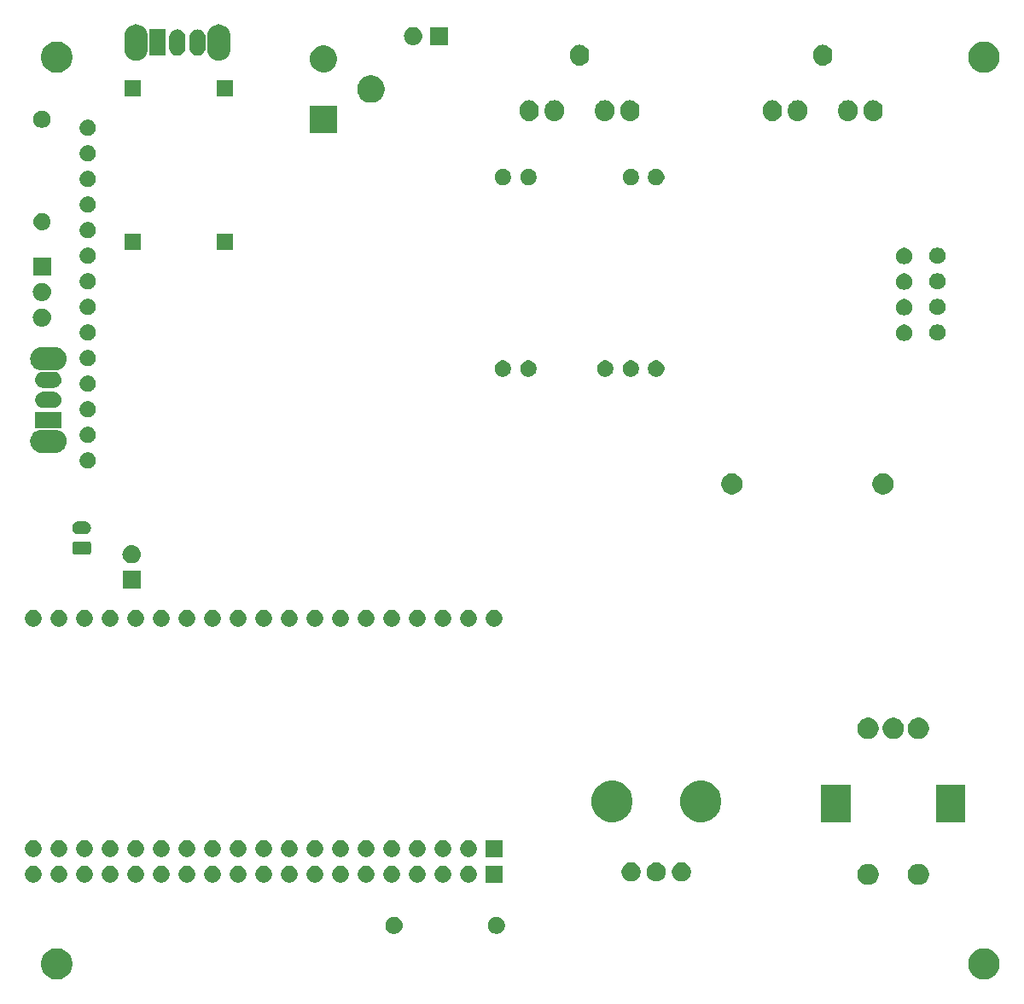
<source format=gbr>
G04 #@! TF.GenerationSoftware,KiCad,Pcbnew,(5.1.4)-1*
G04 #@! TF.CreationDate,2019-11-03T17:56:11-05:00*
G04 #@! TF.ProjectId,MorseTutor4,4d6f7273-6554-4757-946f-72342e6b6963,rev?*
G04 #@! TF.SameCoordinates,Original*
G04 #@! TF.FileFunction,Soldermask,Bot*
G04 #@! TF.FilePolarity,Negative*
%FSLAX46Y46*%
G04 Gerber Fmt 4.6, Leading zero omitted, Abs format (unit mm)*
G04 Created by KiCad (PCBNEW (5.1.4)-1) date 2019-11-03 17:56:11*
%MOMM*%
%LPD*%
G04 APERTURE LIST*
%ADD10C,0.100000*%
G04 APERTURE END LIST*
D10*
G36*
X126452352Y-122508796D02*
G01*
X126734579Y-122625699D01*
X126988578Y-122795415D01*
X127204585Y-123011422D01*
X127374301Y-123265421D01*
X127491204Y-123547648D01*
X127550800Y-123847259D01*
X127550800Y-124152741D01*
X127491204Y-124452352D01*
X127374301Y-124734579D01*
X127204585Y-124988578D01*
X126988578Y-125204585D01*
X126734579Y-125374301D01*
X126452352Y-125491204D01*
X126152741Y-125550800D01*
X125847259Y-125550800D01*
X125547648Y-125491204D01*
X125265421Y-125374301D01*
X125011422Y-125204585D01*
X124795415Y-124988578D01*
X124625699Y-124734579D01*
X124508796Y-124452352D01*
X124449200Y-124152741D01*
X124449200Y-123847259D01*
X124508796Y-123547648D01*
X124625699Y-123265421D01*
X124795415Y-123011422D01*
X125011422Y-122795415D01*
X125265421Y-122625699D01*
X125547648Y-122508796D01*
X125847259Y-122449200D01*
X126152741Y-122449200D01*
X126452352Y-122508796D01*
X126452352Y-122508796D01*
G37*
G36*
X34452352Y-122508796D02*
G01*
X34734579Y-122625699D01*
X34988578Y-122795415D01*
X35204585Y-123011422D01*
X35374301Y-123265421D01*
X35491204Y-123547648D01*
X35550800Y-123847259D01*
X35550800Y-124152741D01*
X35491204Y-124452352D01*
X35374301Y-124734579D01*
X35204585Y-124988578D01*
X34988578Y-125204585D01*
X34734579Y-125374301D01*
X34452352Y-125491204D01*
X34152741Y-125550800D01*
X33847259Y-125550800D01*
X33547648Y-125491204D01*
X33265421Y-125374301D01*
X33011422Y-125204585D01*
X32795415Y-124988578D01*
X32625699Y-124734579D01*
X32508796Y-124452352D01*
X32449200Y-124152741D01*
X32449200Y-123847259D01*
X32508796Y-123547648D01*
X32625699Y-123265421D01*
X32795415Y-123011422D01*
X33011422Y-122795415D01*
X33265421Y-122625699D01*
X33547648Y-122508796D01*
X33847259Y-122449200D01*
X34152741Y-122449200D01*
X34452352Y-122508796D01*
X34452352Y-122508796D01*
G37*
G36*
X67631782Y-119331510D02*
G01*
X67631785Y-119331511D01*
X67631786Y-119331511D01*
X67698014Y-119351601D01*
X67792163Y-119380161D01*
X67859271Y-119416031D01*
X67939966Y-119459163D01*
X68069517Y-119565483D01*
X68175837Y-119695034D01*
X68214301Y-119766995D01*
X68254839Y-119842837D01*
X68303490Y-120003218D01*
X68319917Y-120170000D01*
X68303490Y-120336782D01*
X68254839Y-120497163D01*
X68215338Y-120571064D01*
X68175837Y-120644966D01*
X68069517Y-120774517D01*
X67939966Y-120880837D01*
X67866064Y-120920338D01*
X67792163Y-120959839D01*
X67698986Y-120988104D01*
X67631786Y-121008489D01*
X67631785Y-121008489D01*
X67631782Y-121008490D01*
X67506796Y-121020800D01*
X67423204Y-121020800D01*
X67298218Y-121008490D01*
X67298215Y-121008489D01*
X67298214Y-121008489D01*
X67231014Y-120988104D01*
X67137837Y-120959839D01*
X67063936Y-120920338D01*
X66990034Y-120880837D01*
X66860483Y-120774517D01*
X66754163Y-120644966D01*
X66714662Y-120571064D01*
X66675161Y-120497163D01*
X66626510Y-120336782D01*
X66610083Y-120170000D01*
X66626510Y-120003218D01*
X66675161Y-119842837D01*
X66715699Y-119766995D01*
X66754163Y-119695034D01*
X66860483Y-119565483D01*
X66990034Y-119459163D01*
X67070729Y-119416031D01*
X67137837Y-119380161D01*
X67231986Y-119351601D01*
X67298214Y-119331511D01*
X67298215Y-119331511D01*
X67298218Y-119331510D01*
X67423204Y-119319200D01*
X67506796Y-119319200D01*
X67631782Y-119331510D01*
X67631782Y-119331510D01*
G37*
G36*
X77873169Y-119351895D02*
G01*
X78028005Y-119416031D01*
X78167354Y-119509140D01*
X78285860Y-119627646D01*
X78378969Y-119766995D01*
X78443105Y-119921831D01*
X78475800Y-120086203D01*
X78475800Y-120253797D01*
X78443105Y-120418169D01*
X78378969Y-120573005D01*
X78285860Y-120712354D01*
X78167354Y-120830860D01*
X78028005Y-120923969D01*
X77873169Y-120988105D01*
X77708797Y-121020800D01*
X77541203Y-121020800D01*
X77376831Y-120988105D01*
X77221995Y-120923969D01*
X77082646Y-120830860D01*
X76964140Y-120712354D01*
X76871031Y-120573005D01*
X76806895Y-120418169D01*
X76774200Y-120253797D01*
X76774200Y-120086203D01*
X76806895Y-119921831D01*
X76871031Y-119766995D01*
X76964140Y-119627646D01*
X77082646Y-119509140D01*
X77221995Y-119416031D01*
X77376831Y-119351895D01*
X77541203Y-119319200D01*
X77708797Y-119319200D01*
X77873169Y-119351895D01*
X77873169Y-119351895D01*
G37*
G36*
X119816508Y-114094582D02*
G01*
X120007741Y-114173793D01*
X120179847Y-114288791D01*
X120326209Y-114435153D01*
X120441207Y-114607259D01*
X120520418Y-114798492D01*
X120560800Y-115001505D01*
X120560800Y-115208495D01*
X120520418Y-115411508D01*
X120441207Y-115602741D01*
X120326209Y-115774847D01*
X120179847Y-115921209D01*
X120007741Y-116036207D01*
X119816508Y-116115418D01*
X119613495Y-116155800D01*
X119406505Y-116155800D01*
X119203492Y-116115418D01*
X119012259Y-116036207D01*
X118840153Y-115921209D01*
X118693791Y-115774847D01*
X118578793Y-115602741D01*
X118499582Y-115411508D01*
X118459200Y-115208495D01*
X118459200Y-115001505D01*
X118499582Y-114798492D01*
X118578793Y-114607259D01*
X118693791Y-114435153D01*
X118840153Y-114288791D01*
X119012259Y-114173793D01*
X119203492Y-114094582D01*
X119406505Y-114054200D01*
X119613495Y-114054200D01*
X119816508Y-114094582D01*
X119816508Y-114094582D01*
G37*
G36*
X114816508Y-114094582D02*
G01*
X115007741Y-114173793D01*
X115179847Y-114288791D01*
X115326209Y-114435153D01*
X115441207Y-114607259D01*
X115520418Y-114798492D01*
X115560800Y-115001505D01*
X115560800Y-115208495D01*
X115520418Y-115411508D01*
X115441207Y-115602741D01*
X115326209Y-115774847D01*
X115179847Y-115921209D01*
X115007741Y-116036207D01*
X114816508Y-116115418D01*
X114613495Y-116155800D01*
X114406505Y-116155800D01*
X114203492Y-116115418D01*
X114012259Y-116036207D01*
X113840153Y-115921209D01*
X113693791Y-115774847D01*
X113578793Y-115602741D01*
X113499582Y-115411508D01*
X113459200Y-115208495D01*
X113459200Y-115001505D01*
X113499582Y-114798492D01*
X113578793Y-114607259D01*
X113693791Y-114435153D01*
X113840153Y-114288791D01*
X114012259Y-114173793D01*
X114203492Y-114094582D01*
X114406505Y-114054200D01*
X114613495Y-114054200D01*
X114816508Y-114094582D01*
X114816508Y-114094582D01*
G37*
G36*
X47162336Y-114291127D02*
G01*
X47313532Y-114353754D01*
X47449606Y-114444676D01*
X47565324Y-114560394D01*
X47656246Y-114696468D01*
X47718873Y-114847664D01*
X47750800Y-115008173D01*
X47750800Y-115171827D01*
X47718873Y-115332336D01*
X47656246Y-115483532D01*
X47565324Y-115619606D01*
X47449606Y-115735324D01*
X47313532Y-115826246D01*
X47162336Y-115888873D01*
X47001827Y-115920800D01*
X46838173Y-115920800D01*
X46677664Y-115888873D01*
X46526468Y-115826246D01*
X46390394Y-115735324D01*
X46274676Y-115619606D01*
X46183754Y-115483532D01*
X46121127Y-115332336D01*
X46089200Y-115171827D01*
X46089200Y-115008173D01*
X46121127Y-114847664D01*
X46183754Y-114696468D01*
X46274676Y-114560394D01*
X46390394Y-114444676D01*
X46526468Y-114353754D01*
X46677664Y-114291127D01*
X46838173Y-114259200D01*
X47001827Y-114259200D01*
X47162336Y-114291127D01*
X47162336Y-114291127D01*
G37*
G36*
X57322336Y-114291127D02*
G01*
X57473532Y-114353754D01*
X57609606Y-114444676D01*
X57725324Y-114560394D01*
X57816246Y-114696468D01*
X57878873Y-114847664D01*
X57910800Y-115008173D01*
X57910800Y-115171827D01*
X57878873Y-115332336D01*
X57816246Y-115483532D01*
X57725324Y-115619606D01*
X57609606Y-115735324D01*
X57473532Y-115826246D01*
X57322336Y-115888873D01*
X57161827Y-115920800D01*
X56998173Y-115920800D01*
X56837664Y-115888873D01*
X56686468Y-115826246D01*
X56550394Y-115735324D01*
X56434676Y-115619606D01*
X56343754Y-115483532D01*
X56281127Y-115332336D01*
X56249200Y-115171827D01*
X56249200Y-115008173D01*
X56281127Y-114847664D01*
X56343754Y-114696468D01*
X56434676Y-114560394D01*
X56550394Y-114444676D01*
X56686468Y-114353754D01*
X56837664Y-114291127D01*
X56998173Y-114259200D01*
X57161827Y-114259200D01*
X57322336Y-114291127D01*
X57322336Y-114291127D01*
G37*
G36*
X54782336Y-114291127D02*
G01*
X54933532Y-114353754D01*
X55069606Y-114444676D01*
X55185324Y-114560394D01*
X55276246Y-114696468D01*
X55338873Y-114847664D01*
X55370800Y-115008173D01*
X55370800Y-115171827D01*
X55338873Y-115332336D01*
X55276246Y-115483532D01*
X55185324Y-115619606D01*
X55069606Y-115735324D01*
X54933532Y-115826246D01*
X54782336Y-115888873D01*
X54621827Y-115920800D01*
X54458173Y-115920800D01*
X54297664Y-115888873D01*
X54146468Y-115826246D01*
X54010394Y-115735324D01*
X53894676Y-115619606D01*
X53803754Y-115483532D01*
X53741127Y-115332336D01*
X53709200Y-115171827D01*
X53709200Y-115008173D01*
X53741127Y-114847664D01*
X53803754Y-114696468D01*
X53894676Y-114560394D01*
X54010394Y-114444676D01*
X54146468Y-114353754D01*
X54297664Y-114291127D01*
X54458173Y-114259200D01*
X54621827Y-114259200D01*
X54782336Y-114291127D01*
X54782336Y-114291127D01*
G37*
G36*
X52242336Y-114291127D02*
G01*
X52393532Y-114353754D01*
X52529606Y-114444676D01*
X52645324Y-114560394D01*
X52736246Y-114696468D01*
X52798873Y-114847664D01*
X52830800Y-115008173D01*
X52830800Y-115171827D01*
X52798873Y-115332336D01*
X52736246Y-115483532D01*
X52645324Y-115619606D01*
X52529606Y-115735324D01*
X52393532Y-115826246D01*
X52242336Y-115888873D01*
X52081827Y-115920800D01*
X51918173Y-115920800D01*
X51757664Y-115888873D01*
X51606468Y-115826246D01*
X51470394Y-115735324D01*
X51354676Y-115619606D01*
X51263754Y-115483532D01*
X51201127Y-115332336D01*
X51169200Y-115171827D01*
X51169200Y-115008173D01*
X51201127Y-114847664D01*
X51263754Y-114696468D01*
X51354676Y-114560394D01*
X51470394Y-114444676D01*
X51606468Y-114353754D01*
X51757664Y-114291127D01*
X51918173Y-114259200D01*
X52081827Y-114259200D01*
X52242336Y-114291127D01*
X52242336Y-114291127D01*
G37*
G36*
X49702336Y-114291127D02*
G01*
X49853532Y-114353754D01*
X49989606Y-114444676D01*
X50105324Y-114560394D01*
X50196246Y-114696468D01*
X50258873Y-114847664D01*
X50290800Y-115008173D01*
X50290800Y-115171827D01*
X50258873Y-115332336D01*
X50196246Y-115483532D01*
X50105324Y-115619606D01*
X49989606Y-115735324D01*
X49853532Y-115826246D01*
X49702336Y-115888873D01*
X49541827Y-115920800D01*
X49378173Y-115920800D01*
X49217664Y-115888873D01*
X49066468Y-115826246D01*
X48930394Y-115735324D01*
X48814676Y-115619606D01*
X48723754Y-115483532D01*
X48661127Y-115332336D01*
X48629200Y-115171827D01*
X48629200Y-115008173D01*
X48661127Y-114847664D01*
X48723754Y-114696468D01*
X48814676Y-114560394D01*
X48930394Y-114444676D01*
X49066468Y-114353754D01*
X49217664Y-114291127D01*
X49378173Y-114259200D01*
X49541827Y-114259200D01*
X49702336Y-114291127D01*
X49702336Y-114291127D01*
G37*
G36*
X44622336Y-114291127D02*
G01*
X44773532Y-114353754D01*
X44909606Y-114444676D01*
X45025324Y-114560394D01*
X45116246Y-114696468D01*
X45178873Y-114847664D01*
X45210800Y-115008173D01*
X45210800Y-115171827D01*
X45178873Y-115332336D01*
X45116246Y-115483532D01*
X45025324Y-115619606D01*
X44909606Y-115735324D01*
X44773532Y-115826246D01*
X44622336Y-115888873D01*
X44461827Y-115920800D01*
X44298173Y-115920800D01*
X44137664Y-115888873D01*
X43986468Y-115826246D01*
X43850394Y-115735324D01*
X43734676Y-115619606D01*
X43643754Y-115483532D01*
X43581127Y-115332336D01*
X43549200Y-115171827D01*
X43549200Y-115008173D01*
X43581127Y-114847664D01*
X43643754Y-114696468D01*
X43734676Y-114560394D01*
X43850394Y-114444676D01*
X43986468Y-114353754D01*
X44137664Y-114291127D01*
X44298173Y-114259200D01*
X44461827Y-114259200D01*
X44622336Y-114291127D01*
X44622336Y-114291127D01*
G37*
G36*
X42082336Y-114291127D02*
G01*
X42233532Y-114353754D01*
X42369606Y-114444676D01*
X42485324Y-114560394D01*
X42576246Y-114696468D01*
X42638873Y-114847664D01*
X42670800Y-115008173D01*
X42670800Y-115171827D01*
X42638873Y-115332336D01*
X42576246Y-115483532D01*
X42485324Y-115619606D01*
X42369606Y-115735324D01*
X42233532Y-115826246D01*
X42082336Y-115888873D01*
X41921827Y-115920800D01*
X41758173Y-115920800D01*
X41597664Y-115888873D01*
X41446468Y-115826246D01*
X41310394Y-115735324D01*
X41194676Y-115619606D01*
X41103754Y-115483532D01*
X41041127Y-115332336D01*
X41009200Y-115171827D01*
X41009200Y-115008173D01*
X41041127Y-114847664D01*
X41103754Y-114696468D01*
X41194676Y-114560394D01*
X41310394Y-114444676D01*
X41446468Y-114353754D01*
X41597664Y-114291127D01*
X41758173Y-114259200D01*
X41921827Y-114259200D01*
X42082336Y-114291127D01*
X42082336Y-114291127D01*
G37*
G36*
X39542336Y-114291127D02*
G01*
X39693532Y-114353754D01*
X39829606Y-114444676D01*
X39945324Y-114560394D01*
X40036246Y-114696468D01*
X40098873Y-114847664D01*
X40130800Y-115008173D01*
X40130800Y-115171827D01*
X40098873Y-115332336D01*
X40036246Y-115483532D01*
X39945324Y-115619606D01*
X39829606Y-115735324D01*
X39693532Y-115826246D01*
X39542336Y-115888873D01*
X39381827Y-115920800D01*
X39218173Y-115920800D01*
X39057664Y-115888873D01*
X38906468Y-115826246D01*
X38770394Y-115735324D01*
X38654676Y-115619606D01*
X38563754Y-115483532D01*
X38501127Y-115332336D01*
X38469200Y-115171827D01*
X38469200Y-115008173D01*
X38501127Y-114847664D01*
X38563754Y-114696468D01*
X38654676Y-114560394D01*
X38770394Y-114444676D01*
X38906468Y-114353754D01*
X39057664Y-114291127D01*
X39218173Y-114259200D01*
X39381827Y-114259200D01*
X39542336Y-114291127D01*
X39542336Y-114291127D01*
G37*
G36*
X37002336Y-114291127D02*
G01*
X37153532Y-114353754D01*
X37289606Y-114444676D01*
X37405324Y-114560394D01*
X37496246Y-114696468D01*
X37558873Y-114847664D01*
X37590800Y-115008173D01*
X37590800Y-115171827D01*
X37558873Y-115332336D01*
X37496246Y-115483532D01*
X37405324Y-115619606D01*
X37289606Y-115735324D01*
X37153532Y-115826246D01*
X37002336Y-115888873D01*
X36841827Y-115920800D01*
X36678173Y-115920800D01*
X36517664Y-115888873D01*
X36366468Y-115826246D01*
X36230394Y-115735324D01*
X36114676Y-115619606D01*
X36023754Y-115483532D01*
X35961127Y-115332336D01*
X35929200Y-115171827D01*
X35929200Y-115008173D01*
X35961127Y-114847664D01*
X36023754Y-114696468D01*
X36114676Y-114560394D01*
X36230394Y-114444676D01*
X36366468Y-114353754D01*
X36517664Y-114291127D01*
X36678173Y-114259200D01*
X36841827Y-114259200D01*
X37002336Y-114291127D01*
X37002336Y-114291127D01*
G37*
G36*
X59862336Y-114291127D02*
G01*
X60013532Y-114353754D01*
X60149606Y-114444676D01*
X60265324Y-114560394D01*
X60356246Y-114696468D01*
X60418873Y-114847664D01*
X60450800Y-115008173D01*
X60450800Y-115171827D01*
X60418873Y-115332336D01*
X60356246Y-115483532D01*
X60265324Y-115619606D01*
X60149606Y-115735324D01*
X60013532Y-115826246D01*
X59862336Y-115888873D01*
X59701827Y-115920800D01*
X59538173Y-115920800D01*
X59377664Y-115888873D01*
X59226468Y-115826246D01*
X59090394Y-115735324D01*
X58974676Y-115619606D01*
X58883754Y-115483532D01*
X58821127Y-115332336D01*
X58789200Y-115171827D01*
X58789200Y-115008173D01*
X58821127Y-114847664D01*
X58883754Y-114696468D01*
X58974676Y-114560394D01*
X59090394Y-114444676D01*
X59226468Y-114353754D01*
X59377664Y-114291127D01*
X59538173Y-114259200D01*
X59701827Y-114259200D01*
X59862336Y-114291127D01*
X59862336Y-114291127D01*
G37*
G36*
X64942336Y-114291127D02*
G01*
X65093532Y-114353754D01*
X65229606Y-114444676D01*
X65345324Y-114560394D01*
X65436246Y-114696468D01*
X65498873Y-114847664D01*
X65530800Y-115008173D01*
X65530800Y-115171827D01*
X65498873Y-115332336D01*
X65436246Y-115483532D01*
X65345324Y-115619606D01*
X65229606Y-115735324D01*
X65093532Y-115826246D01*
X64942336Y-115888873D01*
X64781827Y-115920800D01*
X64618173Y-115920800D01*
X64457664Y-115888873D01*
X64306468Y-115826246D01*
X64170394Y-115735324D01*
X64054676Y-115619606D01*
X63963754Y-115483532D01*
X63901127Y-115332336D01*
X63869200Y-115171827D01*
X63869200Y-115008173D01*
X63901127Y-114847664D01*
X63963754Y-114696468D01*
X64054676Y-114560394D01*
X64170394Y-114444676D01*
X64306468Y-114353754D01*
X64457664Y-114291127D01*
X64618173Y-114259200D01*
X64781827Y-114259200D01*
X64942336Y-114291127D01*
X64942336Y-114291127D01*
G37*
G36*
X67482336Y-114291127D02*
G01*
X67633532Y-114353754D01*
X67769606Y-114444676D01*
X67885324Y-114560394D01*
X67976246Y-114696468D01*
X68038873Y-114847664D01*
X68070800Y-115008173D01*
X68070800Y-115171827D01*
X68038873Y-115332336D01*
X67976246Y-115483532D01*
X67885324Y-115619606D01*
X67769606Y-115735324D01*
X67633532Y-115826246D01*
X67482336Y-115888873D01*
X67321827Y-115920800D01*
X67158173Y-115920800D01*
X66997664Y-115888873D01*
X66846468Y-115826246D01*
X66710394Y-115735324D01*
X66594676Y-115619606D01*
X66503754Y-115483532D01*
X66441127Y-115332336D01*
X66409200Y-115171827D01*
X66409200Y-115008173D01*
X66441127Y-114847664D01*
X66503754Y-114696468D01*
X66594676Y-114560394D01*
X66710394Y-114444676D01*
X66846468Y-114353754D01*
X66997664Y-114291127D01*
X67158173Y-114259200D01*
X67321827Y-114259200D01*
X67482336Y-114291127D01*
X67482336Y-114291127D01*
G37*
G36*
X70022336Y-114291127D02*
G01*
X70173532Y-114353754D01*
X70309606Y-114444676D01*
X70425324Y-114560394D01*
X70516246Y-114696468D01*
X70578873Y-114847664D01*
X70610800Y-115008173D01*
X70610800Y-115171827D01*
X70578873Y-115332336D01*
X70516246Y-115483532D01*
X70425324Y-115619606D01*
X70309606Y-115735324D01*
X70173532Y-115826246D01*
X70022336Y-115888873D01*
X69861827Y-115920800D01*
X69698173Y-115920800D01*
X69537664Y-115888873D01*
X69386468Y-115826246D01*
X69250394Y-115735324D01*
X69134676Y-115619606D01*
X69043754Y-115483532D01*
X68981127Y-115332336D01*
X68949200Y-115171827D01*
X68949200Y-115008173D01*
X68981127Y-114847664D01*
X69043754Y-114696468D01*
X69134676Y-114560394D01*
X69250394Y-114444676D01*
X69386468Y-114353754D01*
X69537664Y-114291127D01*
X69698173Y-114259200D01*
X69861827Y-114259200D01*
X70022336Y-114291127D01*
X70022336Y-114291127D01*
G37*
G36*
X31922336Y-114291127D02*
G01*
X32073532Y-114353754D01*
X32209606Y-114444676D01*
X32325324Y-114560394D01*
X32416246Y-114696468D01*
X32478873Y-114847664D01*
X32510800Y-115008173D01*
X32510800Y-115171827D01*
X32478873Y-115332336D01*
X32416246Y-115483532D01*
X32325324Y-115619606D01*
X32209606Y-115735324D01*
X32073532Y-115826246D01*
X31922336Y-115888873D01*
X31761827Y-115920800D01*
X31598173Y-115920800D01*
X31437664Y-115888873D01*
X31286468Y-115826246D01*
X31150394Y-115735324D01*
X31034676Y-115619606D01*
X30943754Y-115483532D01*
X30881127Y-115332336D01*
X30849200Y-115171827D01*
X30849200Y-115008173D01*
X30881127Y-114847664D01*
X30943754Y-114696468D01*
X31034676Y-114560394D01*
X31150394Y-114444676D01*
X31286468Y-114353754D01*
X31437664Y-114291127D01*
X31598173Y-114259200D01*
X31761827Y-114259200D01*
X31922336Y-114291127D01*
X31922336Y-114291127D01*
G37*
G36*
X72562336Y-114291127D02*
G01*
X72713532Y-114353754D01*
X72849606Y-114444676D01*
X72965324Y-114560394D01*
X73056246Y-114696468D01*
X73118873Y-114847664D01*
X73150800Y-115008173D01*
X73150800Y-115171827D01*
X73118873Y-115332336D01*
X73056246Y-115483532D01*
X72965324Y-115619606D01*
X72849606Y-115735324D01*
X72713532Y-115826246D01*
X72562336Y-115888873D01*
X72401827Y-115920800D01*
X72238173Y-115920800D01*
X72077664Y-115888873D01*
X71926468Y-115826246D01*
X71790394Y-115735324D01*
X71674676Y-115619606D01*
X71583754Y-115483532D01*
X71521127Y-115332336D01*
X71489200Y-115171827D01*
X71489200Y-115008173D01*
X71521127Y-114847664D01*
X71583754Y-114696468D01*
X71674676Y-114560394D01*
X71790394Y-114444676D01*
X71926468Y-114353754D01*
X72077664Y-114291127D01*
X72238173Y-114259200D01*
X72401827Y-114259200D01*
X72562336Y-114291127D01*
X72562336Y-114291127D01*
G37*
G36*
X75102336Y-114291127D02*
G01*
X75253532Y-114353754D01*
X75389606Y-114444676D01*
X75505324Y-114560394D01*
X75596246Y-114696468D01*
X75658873Y-114847664D01*
X75690800Y-115008173D01*
X75690800Y-115171827D01*
X75658873Y-115332336D01*
X75596246Y-115483532D01*
X75505324Y-115619606D01*
X75389606Y-115735324D01*
X75253532Y-115826246D01*
X75102336Y-115888873D01*
X74941827Y-115920800D01*
X74778173Y-115920800D01*
X74617664Y-115888873D01*
X74466468Y-115826246D01*
X74330394Y-115735324D01*
X74214676Y-115619606D01*
X74123754Y-115483532D01*
X74061127Y-115332336D01*
X74029200Y-115171827D01*
X74029200Y-115008173D01*
X74061127Y-114847664D01*
X74123754Y-114696468D01*
X74214676Y-114560394D01*
X74330394Y-114444676D01*
X74466468Y-114353754D01*
X74617664Y-114291127D01*
X74778173Y-114259200D01*
X74941827Y-114259200D01*
X75102336Y-114291127D01*
X75102336Y-114291127D01*
G37*
G36*
X78230800Y-115920800D02*
G01*
X76569200Y-115920800D01*
X76569200Y-114259200D01*
X78230800Y-114259200D01*
X78230800Y-115920800D01*
X78230800Y-115920800D01*
G37*
G36*
X62402336Y-114291127D02*
G01*
X62553532Y-114353754D01*
X62689606Y-114444676D01*
X62805324Y-114560394D01*
X62896246Y-114696468D01*
X62958873Y-114847664D01*
X62990800Y-115008173D01*
X62990800Y-115171827D01*
X62958873Y-115332336D01*
X62896246Y-115483532D01*
X62805324Y-115619606D01*
X62689606Y-115735324D01*
X62553532Y-115826246D01*
X62402336Y-115888873D01*
X62241827Y-115920800D01*
X62078173Y-115920800D01*
X61917664Y-115888873D01*
X61766468Y-115826246D01*
X61630394Y-115735324D01*
X61514676Y-115619606D01*
X61423754Y-115483532D01*
X61361127Y-115332336D01*
X61329200Y-115171827D01*
X61329200Y-115008173D01*
X61361127Y-114847664D01*
X61423754Y-114696468D01*
X61514676Y-114560394D01*
X61630394Y-114444676D01*
X61766468Y-114353754D01*
X61917664Y-114291127D01*
X62078173Y-114259200D01*
X62241827Y-114259200D01*
X62402336Y-114291127D01*
X62402336Y-114291127D01*
G37*
G36*
X34462336Y-114291127D02*
G01*
X34613532Y-114353754D01*
X34749606Y-114444676D01*
X34865324Y-114560394D01*
X34956246Y-114696468D01*
X35018873Y-114847664D01*
X35050800Y-115008173D01*
X35050800Y-115171827D01*
X35018873Y-115332336D01*
X34956246Y-115483532D01*
X34865324Y-115619606D01*
X34749606Y-115735324D01*
X34613532Y-115826246D01*
X34462336Y-115888873D01*
X34301827Y-115920800D01*
X34138173Y-115920800D01*
X33977664Y-115888873D01*
X33826468Y-115826246D01*
X33690394Y-115735324D01*
X33574676Y-115619606D01*
X33483754Y-115483532D01*
X33421127Y-115332336D01*
X33389200Y-115171827D01*
X33389200Y-115008173D01*
X33421127Y-114847664D01*
X33483754Y-114696468D01*
X33574676Y-114560394D01*
X33690394Y-114444676D01*
X33826468Y-114353754D01*
X33977664Y-114291127D01*
X34138173Y-114259200D01*
X34301827Y-114259200D01*
X34462336Y-114291127D01*
X34462336Y-114291127D01*
G37*
G36*
X93777338Y-113955738D02*
G01*
X93950373Y-114027412D01*
X94106100Y-114131465D01*
X94238535Y-114263900D01*
X94342588Y-114419627D01*
X94414262Y-114592662D01*
X94450800Y-114776354D01*
X94450800Y-114963646D01*
X94414262Y-115147338D01*
X94342588Y-115320373D01*
X94238535Y-115476100D01*
X94106100Y-115608535D01*
X93950373Y-115712588D01*
X93777338Y-115784262D01*
X93593646Y-115820800D01*
X93406354Y-115820800D01*
X93222662Y-115784262D01*
X93049627Y-115712588D01*
X92893900Y-115608535D01*
X92761465Y-115476100D01*
X92657412Y-115320373D01*
X92585738Y-115147338D01*
X92549200Y-114963646D01*
X92549200Y-114776354D01*
X92585738Y-114592662D01*
X92657412Y-114419627D01*
X92761465Y-114263900D01*
X92893900Y-114131465D01*
X93049627Y-114027412D01*
X93222662Y-113955738D01*
X93406354Y-113919200D01*
X93593646Y-113919200D01*
X93777338Y-113955738D01*
X93777338Y-113955738D01*
G37*
G36*
X91277338Y-113955738D02*
G01*
X91450373Y-114027412D01*
X91606100Y-114131465D01*
X91738535Y-114263900D01*
X91842588Y-114419627D01*
X91914262Y-114592662D01*
X91950800Y-114776354D01*
X91950800Y-114963646D01*
X91914262Y-115147338D01*
X91842588Y-115320373D01*
X91738535Y-115476100D01*
X91606100Y-115608535D01*
X91450373Y-115712588D01*
X91277338Y-115784262D01*
X91093646Y-115820800D01*
X90906354Y-115820800D01*
X90722662Y-115784262D01*
X90549627Y-115712588D01*
X90393900Y-115608535D01*
X90261465Y-115476100D01*
X90157412Y-115320373D01*
X90085738Y-115147338D01*
X90049200Y-114963646D01*
X90049200Y-114776354D01*
X90085738Y-114592662D01*
X90157412Y-114419627D01*
X90261465Y-114263900D01*
X90393900Y-114131465D01*
X90549627Y-114027412D01*
X90722662Y-113955738D01*
X90906354Y-113919200D01*
X91093646Y-113919200D01*
X91277338Y-113955738D01*
X91277338Y-113955738D01*
G37*
G36*
X96277338Y-113955738D02*
G01*
X96450373Y-114027412D01*
X96606100Y-114131465D01*
X96738535Y-114263900D01*
X96842588Y-114419627D01*
X96914262Y-114592662D01*
X96950800Y-114776354D01*
X96950800Y-114963646D01*
X96914262Y-115147338D01*
X96842588Y-115320373D01*
X96738535Y-115476100D01*
X96606100Y-115608535D01*
X96450373Y-115712588D01*
X96277338Y-115784262D01*
X96093646Y-115820800D01*
X95906354Y-115820800D01*
X95722662Y-115784262D01*
X95549627Y-115712588D01*
X95393900Y-115608535D01*
X95261465Y-115476100D01*
X95157412Y-115320373D01*
X95085738Y-115147338D01*
X95049200Y-114963646D01*
X95049200Y-114776354D01*
X95085738Y-114592662D01*
X95157412Y-114419627D01*
X95261465Y-114263900D01*
X95393900Y-114131465D01*
X95549627Y-114027412D01*
X95722662Y-113955738D01*
X95906354Y-113919200D01*
X96093646Y-113919200D01*
X96277338Y-113955738D01*
X96277338Y-113955738D01*
G37*
G36*
X47162336Y-111751127D02*
G01*
X47313532Y-111813754D01*
X47449606Y-111904676D01*
X47565324Y-112020394D01*
X47656246Y-112156468D01*
X47718873Y-112307664D01*
X47750800Y-112468173D01*
X47750800Y-112631827D01*
X47718873Y-112792336D01*
X47656246Y-112943532D01*
X47565324Y-113079606D01*
X47449606Y-113195324D01*
X47313532Y-113286246D01*
X47162336Y-113348873D01*
X47001827Y-113380800D01*
X46838173Y-113380800D01*
X46677664Y-113348873D01*
X46526468Y-113286246D01*
X46390394Y-113195324D01*
X46274676Y-113079606D01*
X46183754Y-112943532D01*
X46121127Y-112792336D01*
X46089200Y-112631827D01*
X46089200Y-112468173D01*
X46121127Y-112307664D01*
X46183754Y-112156468D01*
X46274676Y-112020394D01*
X46390394Y-111904676D01*
X46526468Y-111813754D01*
X46677664Y-111751127D01*
X46838173Y-111719200D01*
X47001827Y-111719200D01*
X47162336Y-111751127D01*
X47162336Y-111751127D01*
G37*
G36*
X59862336Y-111751127D02*
G01*
X60013532Y-111813754D01*
X60149606Y-111904676D01*
X60265324Y-112020394D01*
X60356246Y-112156468D01*
X60418873Y-112307664D01*
X60450800Y-112468173D01*
X60450800Y-112631827D01*
X60418873Y-112792336D01*
X60356246Y-112943532D01*
X60265324Y-113079606D01*
X60149606Y-113195324D01*
X60013532Y-113286246D01*
X59862336Y-113348873D01*
X59701827Y-113380800D01*
X59538173Y-113380800D01*
X59377664Y-113348873D01*
X59226468Y-113286246D01*
X59090394Y-113195324D01*
X58974676Y-113079606D01*
X58883754Y-112943532D01*
X58821127Y-112792336D01*
X58789200Y-112631827D01*
X58789200Y-112468173D01*
X58821127Y-112307664D01*
X58883754Y-112156468D01*
X58974676Y-112020394D01*
X59090394Y-111904676D01*
X59226468Y-111813754D01*
X59377664Y-111751127D01*
X59538173Y-111719200D01*
X59701827Y-111719200D01*
X59862336Y-111751127D01*
X59862336Y-111751127D01*
G37*
G36*
X67482336Y-111751127D02*
G01*
X67633532Y-111813754D01*
X67769606Y-111904676D01*
X67885324Y-112020394D01*
X67976246Y-112156468D01*
X68038873Y-112307664D01*
X68070800Y-112468173D01*
X68070800Y-112631827D01*
X68038873Y-112792336D01*
X67976246Y-112943532D01*
X67885324Y-113079606D01*
X67769606Y-113195324D01*
X67633532Y-113286246D01*
X67482336Y-113348873D01*
X67321827Y-113380800D01*
X67158173Y-113380800D01*
X66997664Y-113348873D01*
X66846468Y-113286246D01*
X66710394Y-113195324D01*
X66594676Y-113079606D01*
X66503754Y-112943532D01*
X66441127Y-112792336D01*
X66409200Y-112631827D01*
X66409200Y-112468173D01*
X66441127Y-112307664D01*
X66503754Y-112156468D01*
X66594676Y-112020394D01*
X66710394Y-111904676D01*
X66846468Y-111813754D01*
X66997664Y-111751127D01*
X67158173Y-111719200D01*
X67321827Y-111719200D01*
X67482336Y-111751127D01*
X67482336Y-111751127D01*
G37*
G36*
X78230800Y-113380800D02*
G01*
X76569200Y-113380800D01*
X76569200Y-111719200D01*
X78230800Y-111719200D01*
X78230800Y-113380800D01*
X78230800Y-113380800D01*
G37*
G36*
X70022336Y-111751127D02*
G01*
X70173532Y-111813754D01*
X70309606Y-111904676D01*
X70425324Y-112020394D01*
X70516246Y-112156468D01*
X70578873Y-112307664D01*
X70610800Y-112468173D01*
X70610800Y-112631827D01*
X70578873Y-112792336D01*
X70516246Y-112943532D01*
X70425324Y-113079606D01*
X70309606Y-113195324D01*
X70173532Y-113286246D01*
X70022336Y-113348873D01*
X69861827Y-113380800D01*
X69698173Y-113380800D01*
X69537664Y-113348873D01*
X69386468Y-113286246D01*
X69250394Y-113195324D01*
X69134676Y-113079606D01*
X69043754Y-112943532D01*
X68981127Y-112792336D01*
X68949200Y-112631827D01*
X68949200Y-112468173D01*
X68981127Y-112307664D01*
X69043754Y-112156468D01*
X69134676Y-112020394D01*
X69250394Y-111904676D01*
X69386468Y-111813754D01*
X69537664Y-111751127D01*
X69698173Y-111719200D01*
X69861827Y-111719200D01*
X70022336Y-111751127D01*
X70022336Y-111751127D01*
G37*
G36*
X62402336Y-111751127D02*
G01*
X62553532Y-111813754D01*
X62689606Y-111904676D01*
X62805324Y-112020394D01*
X62896246Y-112156468D01*
X62958873Y-112307664D01*
X62990800Y-112468173D01*
X62990800Y-112631827D01*
X62958873Y-112792336D01*
X62896246Y-112943532D01*
X62805324Y-113079606D01*
X62689606Y-113195324D01*
X62553532Y-113286246D01*
X62402336Y-113348873D01*
X62241827Y-113380800D01*
X62078173Y-113380800D01*
X61917664Y-113348873D01*
X61766468Y-113286246D01*
X61630394Y-113195324D01*
X61514676Y-113079606D01*
X61423754Y-112943532D01*
X61361127Y-112792336D01*
X61329200Y-112631827D01*
X61329200Y-112468173D01*
X61361127Y-112307664D01*
X61423754Y-112156468D01*
X61514676Y-112020394D01*
X61630394Y-111904676D01*
X61766468Y-111813754D01*
X61917664Y-111751127D01*
X62078173Y-111719200D01*
X62241827Y-111719200D01*
X62402336Y-111751127D01*
X62402336Y-111751127D01*
G37*
G36*
X42082336Y-111751127D02*
G01*
X42233532Y-111813754D01*
X42369606Y-111904676D01*
X42485324Y-112020394D01*
X42576246Y-112156468D01*
X42638873Y-112307664D01*
X42670800Y-112468173D01*
X42670800Y-112631827D01*
X42638873Y-112792336D01*
X42576246Y-112943532D01*
X42485324Y-113079606D01*
X42369606Y-113195324D01*
X42233532Y-113286246D01*
X42082336Y-113348873D01*
X41921827Y-113380800D01*
X41758173Y-113380800D01*
X41597664Y-113348873D01*
X41446468Y-113286246D01*
X41310394Y-113195324D01*
X41194676Y-113079606D01*
X41103754Y-112943532D01*
X41041127Y-112792336D01*
X41009200Y-112631827D01*
X41009200Y-112468173D01*
X41041127Y-112307664D01*
X41103754Y-112156468D01*
X41194676Y-112020394D01*
X41310394Y-111904676D01*
X41446468Y-111813754D01*
X41597664Y-111751127D01*
X41758173Y-111719200D01*
X41921827Y-111719200D01*
X42082336Y-111751127D01*
X42082336Y-111751127D01*
G37*
G36*
X31922336Y-111751127D02*
G01*
X32073532Y-111813754D01*
X32209606Y-111904676D01*
X32325324Y-112020394D01*
X32416246Y-112156468D01*
X32478873Y-112307664D01*
X32510800Y-112468173D01*
X32510800Y-112631827D01*
X32478873Y-112792336D01*
X32416246Y-112943532D01*
X32325324Y-113079606D01*
X32209606Y-113195324D01*
X32073532Y-113286246D01*
X31922336Y-113348873D01*
X31761827Y-113380800D01*
X31598173Y-113380800D01*
X31437664Y-113348873D01*
X31286468Y-113286246D01*
X31150394Y-113195324D01*
X31034676Y-113079606D01*
X30943754Y-112943532D01*
X30881127Y-112792336D01*
X30849200Y-112631827D01*
X30849200Y-112468173D01*
X30881127Y-112307664D01*
X30943754Y-112156468D01*
X31034676Y-112020394D01*
X31150394Y-111904676D01*
X31286468Y-111813754D01*
X31437664Y-111751127D01*
X31598173Y-111719200D01*
X31761827Y-111719200D01*
X31922336Y-111751127D01*
X31922336Y-111751127D01*
G37*
G36*
X44622336Y-111751127D02*
G01*
X44773532Y-111813754D01*
X44909606Y-111904676D01*
X45025324Y-112020394D01*
X45116246Y-112156468D01*
X45178873Y-112307664D01*
X45210800Y-112468173D01*
X45210800Y-112631827D01*
X45178873Y-112792336D01*
X45116246Y-112943532D01*
X45025324Y-113079606D01*
X44909606Y-113195324D01*
X44773532Y-113286246D01*
X44622336Y-113348873D01*
X44461827Y-113380800D01*
X44298173Y-113380800D01*
X44137664Y-113348873D01*
X43986468Y-113286246D01*
X43850394Y-113195324D01*
X43734676Y-113079606D01*
X43643754Y-112943532D01*
X43581127Y-112792336D01*
X43549200Y-112631827D01*
X43549200Y-112468173D01*
X43581127Y-112307664D01*
X43643754Y-112156468D01*
X43734676Y-112020394D01*
X43850394Y-111904676D01*
X43986468Y-111813754D01*
X44137664Y-111751127D01*
X44298173Y-111719200D01*
X44461827Y-111719200D01*
X44622336Y-111751127D01*
X44622336Y-111751127D01*
G37*
G36*
X57322336Y-111751127D02*
G01*
X57473532Y-111813754D01*
X57609606Y-111904676D01*
X57725324Y-112020394D01*
X57816246Y-112156468D01*
X57878873Y-112307664D01*
X57910800Y-112468173D01*
X57910800Y-112631827D01*
X57878873Y-112792336D01*
X57816246Y-112943532D01*
X57725324Y-113079606D01*
X57609606Y-113195324D01*
X57473532Y-113286246D01*
X57322336Y-113348873D01*
X57161827Y-113380800D01*
X56998173Y-113380800D01*
X56837664Y-113348873D01*
X56686468Y-113286246D01*
X56550394Y-113195324D01*
X56434676Y-113079606D01*
X56343754Y-112943532D01*
X56281127Y-112792336D01*
X56249200Y-112631827D01*
X56249200Y-112468173D01*
X56281127Y-112307664D01*
X56343754Y-112156468D01*
X56434676Y-112020394D01*
X56550394Y-111904676D01*
X56686468Y-111813754D01*
X56837664Y-111751127D01*
X56998173Y-111719200D01*
X57161827Y-111719200D01*
X57322336Y-111751127D01*
X57322336Y-111751127D01*
G37*
G36*
X75102336Y-111751127D02*
G01*
X75253532Y-111813754D01*
X75389606Y-111904676D01*
X75505324Y-112020394D01*
X75596246Y-112156468D01*
X75658873Y-112307664D01*
X75690800Y-112468173D01*
X75690800Y-112631827D01*
X75658873Y-112792336D01*
X75596246Y-112943532D01*
X75505324Y-113079606D01*
X75389606Y-113195324D01*
X75253532Y-113286246D01*
X75102336Y-113348873D01*
X74941827Y-113380800D01*
X74778173Y-113380800D01*
X74617664Y-113348873D01*
X74466468Y-113286246D01*
X74330394Y-113195324D01*
X74214676Y-113079606D01*
X74123754Y-112943532D01*
X74061127Y-112792336D01*
X74029200Y-112631827D01*
X74029200Y-112468173D01*
X74061127Y-112307664D01*
X74123754Y-112156468D01*
X74214676Y-112020394D01*
X74330394Y-111904676D01*
X74466468Y-111813754D01*
X74617664Y-111751127D01*
X74778173Y-111719200D01*
X74941827Y-111719200D01*
X75102336Y-111751127D01*
X75102336Y-111751127D01*
G37*
G36*
X64942336Y-111751127D02*
G01*
X65093532Y-111813754D01*
X65229606Y-111904676D01*
X65345324Y-112020394D01*
X65436246Y-112156468D01*
X65498873Y-112307664D01*
X65530800Y-112468173D01*
X65530800Y-112631827D01*
X65498873Y-112792336D01*
X65436246Y-112943532D01*
X65345324Y-113079606D01*
X65229606Y-113195324D01*
X65093532Y-113286246D01*
X64942336Y-113348873D01*
X64781827Y-113380800D01*
X64618173Y-113380800D01*
X64457664Y-113348873D01*
X64306468Y-113286246D01*
X64170394Y-113195324D01*
X64054676Y-113079606D01*
X63963754Y-112943532D01*
X63901127Y-112792336D01*
X63869200Y-112631827D01*
X63869200Y-112468173D01*
X63901127Y-112307664D01*
X63963754Y-112156468D01*
X64054676Y-112020394D01*
X64170394Y-111904676D01*
X64306468Y-111813754D01*
X64457664Y-111751127D01*
X64618173Y-111719200D01*
X64781827Y-111719200D01*
X64942336Y-111751127D01*
X64942336Y-111751127D01*
G37*
G36*
X39542336Y-111751127D02*
G01*
X39693532Y-111813754D01*
X39829606Y-111904676D01*
X39945324Y-112020394D01*
X40036246Y-112156468D01*
X40098873Y-112307664D01*
X40130800Y-112468173D01*
X40130800Y-112631827D01*
X40098873Y-112792336D01*
X40036246Y-112943532D01*
X39945324Y-113079606D01*
X39829606Y-113195324D01*
X39693532Y-113286246D01*
X39542336Y-113348873D01*
X39381827Y-113380800D01*
X39218173Y-113380800D01*
X39057664Y-113348873D01*
X38906468Y-113286246D01*
X38770394Y-113195324D01*
X38654676Y-113079606D01*
X38563754Y-112943532D01*
X38501127Y-112792336D01*
X38469200Y-112631827D01*
X38469200Y-112468173D01*
X38501127Y-112307664D01*
X38563754Y-112156468D01*
X38654676Y-112020394D01*
X38770394Y-111904676D01*
X38906468Y-111813754D01*
X39057664Y-111751127D01*
X39218173Y-111719200D01*
X39381827Y-111719200D01*
X39542336Y-111751127D01*
X39542336Y-111751127D01*
G37*
G36*
X49702336Y-111751127D02*
G01*
X49853532Y-111813754D01*
X49989606Y-111904676D01*
X50105324Y-112020394D01*
X50196246Y-112156468D01*
X50258873Y-112307664D01*
X50290800Y-112468173D01*
X50290800Y-112631827D01*
X50258873Y-112792336D01*
X50196246Y-112943532D01*
X50105324Y-113079606D01*
X49989606Y-113195324D01*
X49853532Y-113286246D01*
X49702336Y-113348873D01*
X49541827Y-113380800D01*
X49378173Y-113380800D01*
X49217664Y-113348873D01*
X49066468Y-113286246D01*
X48930394Y-113195324D01*
X48814676Y-113079606D01*
X48723754Y-112943532D01*
X48661127Y-112792336D01*
X48629200Y-112631827D01*
X48629200Y-112468173D01*
X48661127Y-112307664D01*
X48723754Y-112156468D01*
X48814676Y-112020394D01*
X48930394Y-111904676D01*
X49066468Y-111813754D01*
X49217664Y-111751127D01*
X49378173Y-111719200D01*
X49541827Y-111719200D01*
X49702336Y-111751127D01*
X49702336Y-111751127D01*
G37*
G36*
X52242336Y-111751127D02*
G01*
X52393532Y-111813754D01*
X52529606Y-111904676D01*
X52645324Y-112020394D01*
X52736246Y-112156468D01*
X52798873Y-112307664D01*
X52830800Y-112468173D01*
X52830800Y-112631827D01*
X52798873Y-112792336D01*
X52736246Y-112943532D01*
X52645324Y-113079606D01*
X52529606Y-113195324D01*
X52393532Y-113286246D01*
X52242336Y-113348873D01*
X52081827Y-113380800D01*
X51918173Y-113380800D01*
X51757664Y-113348873D01*
X51606468Y-113286246D01*
X51470394Y-113195324D01*
X51354676Y-113079606D01*
X51263754Y-112943532D01*
X51201127Y-112792336D01*
X51169200Y-112631827D01*
X51169200Y-112468173D01*
X51201127Y-112307664D01*
X51263754Y-112156468D01*
X51354676Y-112020394D01*
X51470394Y-111904676D01*
X51606468Y-111813754D01*
X51757664Y-111751127D01*
X51918173Y-111719200D01*
X52081827Y-111719200D01*
X52242336Y-111751127D01*
X52242336Y-111751127D01*
G37*
G36*
X72562336Y-111751127D02*
G01*
X72713532Y-111813754D01*
X72849606Y-111904676D01*
X72965324Y-112020394D01*
X73056246Y-112156468D01*
X73118873Y-112307664D01*
X73150800Y-112468173D01*
X73150800Y-112631827D01*
X73118873Y-112792336D01*
X73056246Y-112943532D01*
X72965324Y-113079606D01*
X72849606Y-113195324D01*
X72713532Y-113286246D01*
X72562336Y-113348873D01*
X72401827Y-113380800D01*
X72238173Y-113380800D01*
X72077664Y-113348873D01*
X71926468Y-113286246D01*
X71790394Y-113195324D01*
X71674676Y-113079606D01*
X71583754Y-112943532D01*
X71521127Y-112792336D01*
X71489200Y-112631827D01*
X71489200Y-112468173D01*
X71521127Y-112307664D01*
X71583754Y-112156468D01*
X71674676Y-112020394D01*
X71790394Y-111904676D01*
X71926468Y-111813754D01*
X72077664Y-111751127D01*
X72238173Y-111719200D01*
X72401827Y-111719200D01*
X72562336Y-111751127D01*
X72562336Y-111751127D01*
G37*
G36*
X54782336Y-111751127D02*
G01*
X54933532Y-111813754D01*
X55069606Y-111904676D01*
X55185324Y-112020394D01*
X55276246Y-112156468D01*
X55338873Y-112307664D01*
X55370800Y-112468173D01*
X55370800Y-112631827D01*
X55338873Y-112792336D01*
X55276246Y-112943532D01*
X55185324Y-113079606D01*
X55069606Y-113195324D01*
X54933532Y-113286246D01*
X54782336Y-113348873D01*
X54621827Y-113380800D01*
X54458173Y-113380800D01*
X54297664Y-113348873D01*
X54146468Y-113286246D01*
X54010394Y-113195324D01*
X53894676Y-113079606D01*
X53803754Y-112943532D01*
X53741127Y-112792336D01*
X53709200Y-112631827D01*
X53709200Y-112468173D01*
X53741127Y-112307664D01*
X53803754Y-112156468D01*
X53894676Y-112020394D01*
X54010394Y-111904676D01*
X54146468Y-111813754D01*
X54297664Y-111751127D01*
X54458173Y-111719200D01*
X54621827Y-111719200D01*
X54782336Y-111751127D01*
X54782336Y-111751127D01*
G37*
G36*
X34462336Y-111751127D02*
G01*
X34613532Y-111813754D01*
X34749606Y-111904676D01*
X34865324Y-112020394D01*
X34956246Y-112156468D01*
X35018873Y-112307664D01*
X35050800Y-112468173D01*
X35050800Y-112631827D01*
X35018873Y-112792336D01*
X34956246Y-112943532D01*
X34865324Y-113079606D01*
X34749606Y-113195324D01*
X34613532Y-113286246D01*
X34462336Y-113348873D01*
X34301827Y-113380800D01*
X34138173Y-113380800D01*
X33977664Y-113348873D01*
X33826468Y-113286246D01*
X33690394Y-113195324D01*
X33574676Y-113079606D01*
X33483754Y-112943532D01*
X33421127Y-112792336D01*
X33389200Y-112631827D01*
X33389200Y-112468173D01*
X33421127Y-112307664D01*
X33483754Y-112156468D01*
X33574676Y-112020394D01*
X33690394Y-111904676D01*
X33826468Y-111813754D01*
X33977664Y-111751127D01*
X34138173Y-111719200D01*
X34301827Y-111719200D01*
X34462336Y-111751127D01*
X34462336Y-111751127D01*
G37*
G36*
X37002336Y-111751127D02*
G01*
X37153532Y-111813754D01*
X37289606Y-111904676D01*
X37405324Y-112020394D01*
X37496246Y-112156468D01*
X37558873Y-112307664D01*
X37590800Y-112468173D01*
X37590800Y-112631827D01*
X37558873Y-112792336D01*
X37496246Y-112943532D01*
X37405324Y-113079606D01*
X37289606Y-113195324D01*
X37153532Y-113286246D01*
X37002336Y-113348873D01*
X36841827Y-113380800D01*
X36678173Y-113380800D01*
X36517664Y-113348873D01*
X36366468Y-113286246D01*
X36230394Y-113195324D01*
X36114676Y-113079606D01*
X36023754Y-112943532D01*
X35961127Y-112792336D01*
X35929200Y-112631827D01*
X35929200Y-112468173D01*
X35961127Y-112307664D01*
X36023754Y-112156468D01*
X36114676Y-112020394D01*
X36230394Y-111904676D01*
X36366468Y-111813754D01*
X36517664Y-111751127D01*
X36678173Y-111719200D01*
X36841827Y-111719200D01*
X37002336Y-111751127D01*
X37002336Y-111751127D01*
G37*
G36*
X124160800Y-109955800D02*
G01*
X121259200Y-109955800D01*
X121259200Y-106254200D01*
X124160800Y-106254200D01*
X124160800Y-109955800D01*
X124160800Y-109955800D01*
G37*
G36*
X112760800Y-109955800D02*
G01*
X109859200Y-109955800D01*
X109859200Y-106254200D01*
X112760800Y-106254200D01*
X112760800Y-109955800D01*
X112760800Y-109955800D01*
G37*
G36*
X89698197Y-105898011D02*
G01*
X90071419Y-106052604D01*
X90407310Y-106277040D01*
X90692960Y-106562690D01*
X90917396Y-106898581D01*
X91071989Y-107271803D01*
X91150800Y-107668014D01*
X91150800Y-108071986D01*
X91071989Y-108468197D01*
X90917396Y-108841419D01*
X90692960Y-109177310D01*
X90407310Y-109462960D01*
X90071419Y-109687396D01*
X89698197Y-109841989D01*
X89301986Y-109920800D01*
X88898014Y-109920800D01*
X88501803Y-109841989D01*
X88128581Y-109687396D01*
X87792690Y-109462960D01*
X87507040Y-109177310D01*
X87282604Y-108841419D01*
X87128011Y-108468197D01*
X87049200Y-108071986D01*
X87049200Y-107668014D01*
X87128011Y-107271803D01*
X87282604Y-106898581D01*
X87507040Y-106562690D01*
X87792690Y-106277040D01*
X88128581Y-106052604D01*
X88501803Y-105898011D01*
X88898014Y-105819200D01*
X89301986Y-105819200D01*
X89698197Y-105898011D01*
X89698197Y-105898011D01*
G37*
G36*
X98498197Y-105898011D02*
G01*
X98871419Y-106052604D01*
X99207310Y-106277040D01*
X99492960Y-106562690D01*
X99717396Y-106898581D01*
X99871989Y-107271803D01*
X99950800Y-107668014D01*
X99950800Y-108071986D01*
X99871989Y-108468197D01*
X99717396Y-108841419D01*
X99492960Y-109177310D01*
X99207310Y-109462960D01*
X98871419Y-109687396D01*
X98498197Y-109841989D01*
X98101986Y-109920800D01*
X97698014Y-109920800D01*
X97301803Y-109841989D01*
X96928581Y-109687396D01*
X96592690Y-109462960D01*
X96307040Y-109177310D01*
X96082604Y-108841419D01*
X95928011Y-108468197D01*
X95849200Y-108071986D01*
X95849200Y-107668014D01*
X95928011Y-107271803D01*
X96082604Y-106898581D01*
X96307040Y-106562690D01*
X96592690Y-106277040D01*
X96928581Y-106052604D01*
X97301803Y-105898011D01*
X97698014Y-105819200D01*
X98101986Y-105819200D01*
X98498197Y-105898011D01*
X98498197Y-105898011D01*
G37*
G36*
X114816508Y-99594582D02*
G01*
X115007741Y-99673793D01*
X115179847Y-99788791D01*
X115326209Y-99935153D01*
X115441207Y-100107259D01*
X115520418Y-100298492D01*
X115560800Y-100501505D01*
X115560800Y-100708495D01*
X115520418Y-100911508D01*
X115441207Y-101102741D01*
X115326209Y-101274847D01*
X115179847Y-101421209D01*
X115007741Y-101536207D01*
X114816508Y-101615418D01*
X114613495Y-101655800D01*
X114406505Y-101655800D01*
X114203492Y-101615418D01*
X114012259Y-101536207D01*
X113840153Y-101421209D01*
X113693791Y-101274847D01*
X113578793Y-101102741D01*
X113499582Y-100911508D01*
X113459200Y-100708495D01*
X113459200Y-100501505D01*
X113499582Y-100298492D01*
X113578793Y-100107259D01*
X113693791Y-99935153D01*
X113840153Y-99788791D01*
X114012259Y-99673793D01*
X114203492Y-99594582D01*
X114406505Y-99554200D01*
X114613495Y-99554200D01*
X114816508Y-99594582D01*
X114816508Y-99594582D01*
G37*
G36*
X119816508Y-99594582D02*
G01*
X120007741Y-99673793D01*
X120179847Y-99788791D01*
X120326209Y-99935153D01*
X120441207Y-100107259D01*
X120520418Y-100298492D01*
X120560800Y-100501505D01*
X120560800Y-100708495D01*
X120520418Y-100911508D01*
X120441207Y-101102741D01*
X120326209Y-101274847D01*
X120179847Y-101421209D01*
X120007741Y-101536207D01*
X119816508Y-101615418D01*
X119613495Y-101655800D01*
X119406505Y-101655800D01*
X119203492Y-101615418D01*
X119012259Y-101536207D01*
X118840153Y-101421209D01*
X118693791Y-101274847D01*
X118578793Y-101102741D01*
X118499582Y-100911508D01*
X118459200Y-100708495D01*
X118459200Y-100501505D01*
X118499582Y-100298492D01*
X118578793Y-100107259D01*
X118693791Y-99935153D01*
X118840153Y-99788791D01*
X119012259Y-99673793D01*
X119203492Y-99594582D01*
X119406505Y-99554200D01*
X119613495Y-99554200D01*
X119816508Y-99594582D01*
X119816508Y-99594582D01*
G37*
G36*
X117316508Y-99594582D02*
G01*
X117507741Y-99673793D01*
X117679847Y-99788791D01*
X117826209Y-99935153D01*
X117941207Y-100107259D01*
X118020418Y-100298492D01*
X118060800Y-100501505D01*
X118060800Y-100708495D01*
X118020418Y-100911508D01*
X117941207Y-101102741D01*
X117826209Y-101274847D01*
X117679847Y-101421209D01*
X117507741Y-101536207D01*
X117316508Y-101615418D01*
X117113495Y-101655800D01*
X116906505Y-101655800D01*
X116703492Y-101615418D01*
X116512259Y-101536207D01*
X116340153Y-101421209D01*
X116193791Y-101274847D01*
X116078793Y-101102741D01*
X115999582Y-100911508D01*
X115959200Y-100708495D01*
X115959200Y-100501505D01*
X115999582Y-100298492D01*
X116078793Y-100107259D01*
X116193791Y-99935153D01*
X116340153Y-99788791D01*
X116512259Y-99673793D01*
X116703492Y-99594582D01*
X116906505Y-99554200D01*
X117113495Y-99554200D01*
X117316508Y-99594582D01*
X117316508Y-99594582D01*
G37*
G36*
X57322336Y-88891127D02*
G01*
X57473532Y-88953754D01*
X57609606Y-89044676D01*
X57725324Y-89160394D01*
X57816246Y-89296468D01*
X57878873Y-89447664D01*
X57910800Y-89608173D01*
X57910800Y-89771827D01*
X57878873Y-89932336D01*
X57816246Y-90083532D01*
X57725324Y-90219606D01*
X57609606Y-90335324D01*
X57473532Y-90426246D01*
X57322336Y-90488873D01*
X57161827Y-90520800D01*
X56998173Y-90520800D01*
X56837664Y-90488873D01*
X56686468Y-90426246D01*
X56550394Y-90335324D01*
X56434676Y-90219606D01*
X56343754Y-90083532D01*
X56281127Y-89932336D01*
X56249200Y-89771827D01*
X56249200Y-89608173D01*
X56281127Y-89447664D01*
X56343754Y-89296468D01*
X56434676Y-89160394D01*
X56550394Y-89044676D01*
X56686468Y-88953754D01*
X56837664Y-88891127D01*
X56998173Y-88859200D01*
X57161827Y-88859200D01*
X57322336Y-88891127D01*
X57322336Y-88891127D01*
G37*
G36*
X54782336Y-88891127D02*
G01*
X54933532Y-88953754D01*
X55069606Y-89044676D01*
X55185324Y-89160394D01*
X55276246Y-89296468D01*
X55338873Y-89447664D01*
X55370800Y-89608173D01*
X55370800Y-89771827D01*
X55338873Y-89932336D01*
X55276246Y-90083532D01*
X55185324Y-90219606D01*
X55069606Y-90335324D01*
X54933532Y-90426246D01*
X54782336Y-90488873D01*
X54621827Y-90520800D01*
X54458173Y-90520800D01*
X54297664Y-90488873D01*
X54146468Y-90426246D01*
X54010394Y-90335324D01*
X53894676Y-90219606D01*
X53803754Y-90083532D01*
X53741127Y-89932336D01*
X53709200Y-89771827D01*
X53709200Y-89608173D01*
X53741127Y-89447664D01*
X53803754Y-89296468D01*
X53894676Y-89160394D01*
X54010394Y-89044676D01*
X54146468Y-88953754D01*
X54297664Y-88891127D01*
X54458173Y-88859200D01*
X54621827Y-88859200D01*
X54782336Y-88891127D01*
X54782336Y-88891127D01*
G37*
G36*
X49702336Y-88891127D02*
G01*
X49853532Y-88953754D01*
X49989606Y-89044676D01*
X50105324Y-89160394D01*
X50196246Y-89296468D01*
X50258873Y-89447664D01*
X50290800Y-89608173D01*
X50290800Y-89771827D01*
X50258873Y-89932336D01*
X50196246Y-90083532D01*
X50105324Y-90219606D01*
X49989606Y-90335324D01*
X49853532Y-90426246D01*
X49702336Y-90488873D01*
X49541827Y-90520800D01*
X49378173Y-90520800D01*
X49217664Y-90488873D01*
X49066468Y-90426246D01*
X48930394Y-90335324D01*
X48814676Y-90219606D01*
X48723754Y-90083532D01*
X48661127Y-89932336D01*
X48629200Y-89771827D01*
X48629200Y-89608173D01*
X48661127Y-89447664D01*
X48723754Y-89296468D01*
X48814676Y-89160394D01*
X48930394Y-89044676D01*
X49066468Y-88953754D01*
X49217664Y-88891127D01*
X49378173Y-88859200D01*
X49541827Y-88859200D01*
X49702336Y-88891127D01*
X49702336Y-88891127D01*
G37*
G36*
X47162336Y-88891127D02*
G01*
X47313532Y-88953754D01*
X47449606Y-89044676D01*
X47565324Y-89160394D01*
X47656246Y-89296468D01*
X47718873Y-89447664D01*
X47750800Y-89608173D01*
X47750800Y-89771827D01*
X47718873Y-89932336D01*
X47656246Y-90083532D01*
X47565324Y-90219606D01*
X47449606Y-90335324D01*
X47313532Y-90426246D01*
X47162336Y-90488873D01*
X47001827Y-90520800D01*
X46838173Y-90520800D01*
X46677664Y-90488873D01*
X46526468Y-90426246D01*
X46390394Y-90335324D01*
X46274676Y-90219606D01*
X46183754Y-90083532D01*
X46121127Y-89932336D01*
X46089200Y-89771827D01*
X46089200Y-89608173D01*
X46121127Y-89447664D01*
X46183754Y-89296468D01*
X46274676Y-89160394D01*
X46390394Y-89044676D01*
X46526468Y-88953754D01*
X46677664Y-88891127D01*
X46838173Y-88859200D01*
X47001827Y-88859200D01*
X47162336Y-88891127D01*
X47162336Y-88891127D01*
G37*
G36*
X42082336Y-88891127D02*
G01*
X42233532Y-88953754D01*
X42369606Y-89044676D01*
X42485324Y-89160394D01*
X42576246Y-89296468D01*
X42638873Y-89447664D01*
X42670800Y-89608173D01*
X42670800Y-89771827D01*
X42638873Y-89932336D01*
X42576246Y-90083532D01*
X42485324Y-90219606D01*
X42369606Y-90335324D01*
X42233532Y-90426246D01*
X42082336Y-90488873D01*
X41921827Y-90520800D01*
X41758173Y-90520800D01*
X41597664Y-90488873D01*
X41446468Y-90426246D01*
X41310394Y-90335324D01*
X41194676Y-90219606D01*
X41103754Y-90083532D01*
X41041127Y-89932336D01*
X41009200Y-89771827D01*
X41009200Y-89608173D01*
X41041127Y-89447664D01*
X41103754Y-89296468D01*
X41194676Y-89160394D01*
X41310394Y-89044676D01*
X41446468Y-88953754D01*
X41597664Y-88891127D01*
X41758173Y-88859200D01*
X41921827Y-88859200D01*
X42082336Y-88891127D01*
X42082336Y-88891127D01*
G37*
G36*
X52242336Y-88891127D02*
G01*
X52393532Y-88953754D01*
X52529606Y-89044676D01*
X52645324Y-89160394D01*
X52736246Y-89296468D01*
X52798873Y-89447664D01*
X52830800Y-89608173D01*
X52830800Y-89771827D01*
X52798873Y-89932336D01*
X52736246Y-90083532D01*
X52645324Y-90219606D01*
X52529606Y-90335324D01*
X52393532Y-90426246D01*
X52242336Y-90488873D01*
X52081827Y-90520800D01*
X51918173Y-90520800D01*
X51757664Y-90488873D01*
X51606468Y-90426246D01*
X51470394Y-90335324D01*
X51354676Y-90219606D01*
X51263754Y-90083532D01*
X51201127Y-89932336D01*
X51169200Y-89771827D01*
X51169200Y-89608173D01*
X51201127Y-89447664D01*
X51263754Y-89296468D01*
X51354676Y-89160394D01*
X51470394Y-89044676D01*
X51606468Y-88953754D01*
X51757664Y-88891127D01*
X51918173Y-88859200D01*
X52081827Y-88859200D01*
X52242336Y-88891127D01*
X52242336Y-88891127D01*
G37*
G36*
X44622336Y-88891127D02*
G01*
X44773532Y-88953754D01*
X44909606Y-89044676D01*
X45025324Y-89160394D01*
X45116246Y-89296468D01*
X45178873Y-89447664D01*
X45210800Y-89608173D01*
X45210800Y-89771827D01*
X45178873Y-89932336D01*
X45116246Y-90083532D01*
X45025324Y-90219606D01*
X44909606Y-90335324D01*
X44773532Y-90426246D01*
X44622336Y-90488873D01*
X44461827Y-90520800D01*
X44298173Y-90520800D01*
X44137664Y-90488873D01*
X43986468Y-90426246D01*
X43850394Y-90335324D01*
X43734676Y-90219606D01*
X43643754Y-90083532D01*
X43581127Y-89932336D01*
X43549200Y-89771827D01*
X43549200Y-89608173D01*
X43581127Y-89447664D01*
X43643754Y-89296468D01*
X43734676Y-89160394D01*
X43850394Y-89044676D01*
X43986468Y-88953754D01*
X44137664Y-88891127D01*
X44298173Y-88859200D01*
X44461827Y-88859200D01*
X44622336Y-88891127D01*
X44622336Y-88891127D01*
G37*
G36*
X37002336Y-88891127D02*
G01*
X37153532Y-88953754D01*
X37289606Y-89044676D01*
X37405324Y-89160394D01*
X37496246Y-89296468D01*
X37558873Y-89447664D01*
X37590800Y-89608173D01*
X37590800Y-89771827D01*
X37558873Y-89932336D01*
X37496246Y-90083532D01*
X37405324Y-90219606D01*
X37289606Y-90335324D01*
X37153532Y-90426246D01*
X37002336Y-90488873D01*
X36841827Y-90520800D01*
X36678173Y-90520800D01*
X36517664Y-90488873D01*
X36366468Y-90426246D01*
X36230394Y-90335324D01*
X36114676Y-90219606D01*
X36023754Y-90083532D01*
X35961127Y-89932336D01*
X35929200Y-89771827D01*
X35929200Y-89608173D01*
X35961127Y-89447664D01*
X36023754Y-89296468D01*
X36114676Y-89160394D01*
X36230394Y-89044676D01*
X36366468Y-88953754D01*
X36517664Y-88891127D01*
X36678173Y-88859200D01*
X36841827Y-88859200D01*
X37002336Y-88891127D01*
X37002336Y-88891127D01*
G37*
G36*
X34462336Y-88891127D02*
G01*
X34613532Y-88953754D01*
X34749606Y-89044676D01*
X34865324Y-89160394D01*
X34956246Y-89296468D01*
X35018873Y-89447664D01*
X35050800Y-89608173D01*
X35050800Y-89771827D01*
X35018873Y-89932336D01*
X34956246Y-90083532D01*
X34865324Y-90219606D01*
X34749606Y-90335324D01*
X34613532Y-90426246D01*
X34462336Y-90488873D01*
X34301827Y-90520800D01*
X34138173Y-90520800D01*
X33977664Y-90488873D01*
X33826468Y-90426246D01*
X33690394Y-90335324D01*
X33574676Y-90219606D01*
X33483754Y-90083532D01*
X33421127Y-89932336D01*
X33389200Y-89771827D01*
X33389200Y-89608173D01*
X33421127Y-89447664D01*
X33483754Y-89296468D01*
X33574676Y-89160394D01*
X33690394Y-89044676D01*
X33826468Y-88953754D01*
X33977664Y-88891127D01*
X34138173Y-88859200D01*
X34301827Y-88859200D01*
X34462336Y-88891127D01*
X34462336Y-88891127D01*
G37*
G36*
X31922336Y-88891127D02*
G01*
X32073532Y-88953754D01*
X32209606Y-89044676D01*
X32325324Y-89160394D01*
X32416246Y-89296468D01*
X32478873Y-89447664D01*
X32510800Y-89608173D01*
X32510800Y-89771827D01*
X32478873Y-89932336D01*
X32416246Y-90083532D01*
X32325324Y-90219606D01*
X32209606Y-90335324D01*
X32073532Y-90426246D01*
X31922336Y-90488873D01*
X31761827Y-90520800D01*
X31598173Y-90520800D01*
X31437664Y-90488873D01*
X31286468Y-90426246D01*
X31150394Y-90335324D01*
X31034676Y-90219606D01*
X30943754Y-90083532D01*
X30881127Y-89932336D01*
X30849200Y-89771827D01*
X30849200Y-89608173D01*
X30881127Y-89447664D01*
X30943754Y-89296468D01*
X31034676Y-89160394D01*
X31150394Y-89044676D01*
X31286468Y-88953754D01*
X31437664Y-88891127D01*
X31598173Y-88859200D01*
X31761827Y-88859200D01*
X31922336Y-88891127D01*
X31922336Y-88891127D01*
G37*
G36*
X39542336Y-88891127D02*
G01*
X39693532Y-88953754D01*
X39829606Y-89044676D01*
X39945324Y-89160394D01*
X40036246Y-89296468D01*
X40098873Y-89447664D01*
X40130800Y-89608173D01*
X40130800Y-89771827D01*
X40098873Y-89932336D01*
X40036246Y-90083532D01*
X39945324Y-90219606D01*
X39829606Y-90335324D01*
X39693532Y-90426246D01*
X39542336Y-90488873D01*
X39381827Y-90520800D01*
X39218173Y-90520800D01*
X39057664Y-90488873D01*
X38906468Y-90426246D01*
X38770394Y-90335324D01*
X38654676Y-90219606D01*
X38563754Y-90083532D01*
X38501127Y-89932336D01*
X38469200Y-89771827D01*
X38469200Y-89608173D01*
X38501127Y-89447664D01*
X38563754Y-89296468D01*
X38654676Y-89160394D01*
X38770394Y-89044676D01*
X38906468Y-88953754D01*
X39057664Y-88891127D01*
X39218173Y-88859200D01*
X39381827Y-88859200D01*
X39542336Y-88891127D01*
X39542336Y-88891127D01*
G37*
G36*
X75102336Y-88891127D02*
G01*
X75253532Y-88953754D01*
X75389606Y-89044676D01*
X75505324Y-89160394D01*
X75596246Y-89296468D01*
X75658873Y-89447664D01*
X75690800Y-89608173D01*
X75690800Y-89771827D01*
X75658873Y-89932336D01*
X75596246Y-90083532D01*
X75505324Y-90219606D01*
X75389606Y-90335324D01*
X75253532Y-90426246D01*
X75102336Y-90488873D01*
X74941827Y-90520800D01*
X74778173Y-90520800D01*
X74617664Y-90488873D01*
X74466468Y-90426246D01*
X74330394Y-90335324D01*
X74214676Y-90219606D01*
X74123754Y-90083532D01*
X74061127Y-89932336D01*
X74029200Y-89771827D01*
X74029200Y-89608173D01*
X74061127Y-89447664D01*
X74123754Y-89296468D01*
X74214676Y-89160394D01*
X74330394Y-89044676D01*
X74466468Y-88953754D01*
X74617664Y-88891127D01*
X74778173Y-88859200D01*
X74941827Y-88859200D01*
X75102336Y-88891127D01*
X75102336Y-88891127D01*
G37*
G36*
X72562336Y-88891127D02*
G01*
X72713532Y-88953754D01*
X72849606Y-89044676D01*
X72965324Y-89160394D01*
X73056246Y-89296468D01*
X73118873Y-89447664D01*
X73150800Y-89608173D01*
X73150800Y-89771827D01*
X73118873Y-89932336D01*
X73056246Y-90083532D01*
X72965324Y-90219606D01*
X72849606Y-90335324D01*
X72713532Y-90426246D01*
X72562336Y-90488873D01*
X72401827Y-90520800D01*
X72238173Y-90520800D01*
X72077664Y-90488873D01*
X71926468Y-90426246D01*
X71790394Y-90335324D01*
X71674676Y-90219606D01*
X71583754Y-90083532D01*
X71521127Y-89932336D01*
X71489200Y-89771827D01*
X71489200Y-89608173D01*
X71521127Y-89447664D01*
X71583754Y-89296468D01*
X71674676Y-89160394D01*
X71790394Y-89044676D01*
X71926468Y-88953754D01*
X72077664Y-88891127D01*
X72238173Y-88859200D01*
X72401827Y-88859200D01*
X72562336Y-88891127D01*
X72562336Y-88891127D01*
G37*
G36*
X70022336Y-88891127D02*
G01*
X70173532Y-88953754D01*
X70309606Y-89044676D01*
X70425324Y-89160394D01*
X70516246Y-89296468D01*
X70578873Y-89447664D01*
X70610800Y-89608173D01*
X70610800Y-89771827D01*
X70578873Y-89932336D01*
X70516246Y-90083532D01*
X70425324Y-90219606D01*
X70309606Y-90335324D01*
X70173532Y-90426246D01*
X70022336Y-90488873D01*
X69861827Y-90520800D01*
X69698173Y-90520800D01*
X69537664Y-90488873D01*
X69386468Y-90426246D01*
X69250394Y-90335324D01*
X69134676Y-90219606D01*
X69043754Y-90083532D01*
X68981127Y-89932336D01*
X68949200Y-89771827D01*
X68949200Y-89608173D01*
X68981127Y-89447664D01*
X69043754Y-89296468D01*
X69134676Y-89160394D01*
X69250394Y-89044676D01*
X69386468Y-88953754D01*
X69537664Y-88891127D01*
X69698173Y-88859200D01*
X69861827Y-88859200D01*
X70022336Y-88891127D01*
X70022336Y-88891127D01*
G37*
G36*
X67482336Y-88891127D02*
G01*
X67633532Y-88953754D01*
X67769606Y-89044676D01*
X67885324Y-89160394D01*
X67976246Y-89296468D01*
X68038873Y-89447664D01*
X68070800Y-89608173D01*
X68070800Y-89771827D01*
X68038873Y-89932336D01*
X67976246Y-90083532D01*
X67885324Y-90219606D01*
X67769606Y-90335324D01*
X67633532Y-90426246D01*
X67482336Y-90488873D01*
X67321827Y-90520800D01*
X67158173Y-90520800D01*
X66997664Y-90488873D01*
X66846468Y-90426246D01*
X66710394Y-90335324D01*
X66594676Y-90219606D01*
X66503754Y-90083532D01*
X66441127Y-89932336D01*
X66409200Y-89771827D01*
X66409200Y-89608173D01*
X66441127Y-89447664D01*
X66503754Y-89296468D01*
X66594676Y-89160394D01*
X66710394Y-89044676D01*
X66846468Y-88953754D01*
X66997664Y-88891127D01*
X67158173Y-88859200D01*
X67321827Y-88859200D01*
X67482336Y-88891127D01*
X67482336Y-88891127D01*
G37*
G36*
X64942336Y-88891127D02*
G01*
X65093532Y-88953754D01*
X65229606Y-89044676D01*
X65345324Y-89160394D01*
X65436246Y-89296468D01*
X65498873Y-89447664D01*
X65530800Y-89608173D01*
X65530800Y-89771827D01*
X65498873Y-89932336D01*
X65436246Y-90083532D01*
X65345324Y-90219606D01*
X65229606Y-90335324D01*
X65093532Y-90426246D01*
X64942336Y-90488873D01*
X64781827Y-90520800D01*
X64618173Y-90520800D01*
X64457664Y-90488873D01*
X64306468Y-90426246D01*
X64170394Y-90335324D01*
X64054676Y-90219606D01*
X63963754Y-90083532D01*
X63901127Y-89932336D01*
X63869200Y-89771827D01*
X63869200Y-89608173D01*
X63901127Y-89447664D01*
X63963754Y-89296468D01*
X64054676Y-89160394D01*
X64170394Y-89044676D01*
X64306468Y-88953754D01*
X64457664Y-88891127D01*
X64618173Y-88859200D01*
X64781827Y-88859200D01*
X64942336Y-88891127D01*
X64942336Y-88891127D01*
G37*
G36*
X62402336Y-88891127D02*
G01*
X62553532Y-88953754D01*
X62689606Y-89044676D01*
X62805324Y-89160394D01*
X62896246Y-89296468D01*
X62958873Y-89447664D01*
X62990800Y-89608173D01*
X62990800Y-89771827D01*
X62958873Y-89932336D01*
X62896246Y-90083532D01*
X62805324Y-90219606D01*
X62689606Y-90335324D01*
X62553532Y-90426246D01*
X62402336Y-90488873D01*
X62241827Y-90520800D01*
X62078173Y-90520800D01*
X61917664Y-90488873D01*
X61766468Y-90426246D01*
X61630394Y-90335324D01*
X61514676Y-90219606D01*
X61423754Y-90083532D01*
X61361127Y-89932336D01*
X61329200Y-89771827D01*
X61329200Y-89608173D01*
X61361127Y-89447664D01*
X61423754Y-89296468D01*
X61514676Y-89160394D01*
X61630394Y-89044676D01*
X61766468Y-88953754D01*
X61917664Y-88891127D01*
X62078173Y-88859200D01*
X62241827Y-88859200D01*
X62402336Y-88891127D01*
X62402336Y-88891127D01*
G37*
G36*
X59862336Y-88891127D02*
G01*
X60013532Y-88953754D01*
X60149606Y-89044676D01*
X60265324Y-89160394D01*
X60356246Y-89296468D01*
X60418873Y-89447664D01*
X60450800Y-89608173D01*
X60450800Y-89771827D01*
X60418873Y-89932336D01*
X60356246Y-90083532D01*
X60265324Y-90219606D01*
X60149606Y-90335324D01*
X60013532Y-90426246D01*
X59862336Y-90488873D01*
X59701827Y-90520800D01*
X59538173Y-90520800D01*
X59377664Y-90488873D01*
X59226468Y-90426246D01*
X59090394Y-90335324D01*
X58974676Y-90219606D01*
X58883754Y-90083532D01*
X58821127Y-89932336D01*
X58789200Y-89771827D01*
X58789200Y-89608173D01*
X58821127Y-89447664D01*
X58883754Y-89296468D01*
X58974676Y-89160394D01*
X59090394Y-89044676D01*
X59226468Y-88953754D01*
X59377664Y-88891127D01*
X59538173Y-88859200D01*
X59701827Y-88859200D01*
X59862336Y-88891127D01*
X59862336Y-88891127D01*
G37*
G36*
X77642336Y-88891127D02*
G01*
X77793532Y-88953754D01*
X77929606Y-89044676D01*
X78045324Y-89160394D01*
X78136246Y-89296468D01*
X78198873Y-89447664D01*
X78230800Y-89608173D01*
X78230800Y-89771827D01*
X78198873Y-89932336D01*
X78136246Y-90083532D01*
X78045324Y-90219606D01*
X77929606Y-90335324D01*
X77793532Y-90426246D01*
X77642336Y-90488873D01*
X77481827Y-90520800D01*
X77318173Y-90520800D01*
X77157664Y-90488873D01*
X77006468Y-90426246D01*
X76870394Y-90335324D01*
X76754676Y-90219606D01*
X76663754Y-90083532D01*
X76601127Y-89932336D01*
X76569200Y-89771827D01*
X76569200Y-89608173D01*
X76601127Y-89447664D01*
X76663754Y-89296468D01*
X76754676Y-89160394D01*
X76870394Y-89044676D01*
X77006468Y-88953754D01*
X77157664Y-88891127D01*
X77318173Y-88859200D01*
X77481827Y-88859200D01*
X77642336Y-88891127D01*
X77642336Y-88891127D01*
G37*
G36*
X42330800Y-86780800D02*
G01*
X40529200Y-86780800D01*
X40529200Y-84979200D01*
X42330800Y-84979200D01*
X42330800Y-86780800D01*
X42330800Y-86780800D01*
G37*
G36*
X41606584Y-82452233D02*
G01*
X41606587Y-82452234D01*
X41606588Y-82452234D01*
X41776389Y-82503743D01*
X41823861Y-82529117D01*
X41932881Y-82587389D01*
X42070044Y-82699956D01*
X42182611Y-82837119D01*
X42240883Y-82946139D01*
X42266257Y-82993611D01*
X42317136Y-83161336D01*
X42317767Y-83163416D01*
X42335159Y-83340000D01*
X42317767Y-83516584D01*
X42317766Y-83516587D01*
X42317766Y-83516588D01*
X42266257Y-83686389D01*
X42266256Y-83686390D01*
X42182611Y-83842881D01*
X42070044Y-83980044D01*
X41932881Y-84092611D01*
X41823861Y-84150883D01*
X41776389Y-84176257D01*
X41606588Y-84227766D01*
X41606587Y-84227766D01*
X41606584Y-84227767D01*
X41474255Y-84240800D01*
X41385745Y-84240800D01*
X41253416Y-84227767D01*
X41253413Y-84227766D01*
X41253412Y-84227766D01*
X41083611Y-84176257D01*
X41036139Y-84150883D01*
X40927119Y-84092611D01*
X40789956Y-83980044D01*
X40677389Y-83842881D01*
X40593744Y-83686390D01*
X40593743Y-83686389D01*
X40542234Y-83516588D01*
X40542234Y-83516587D01*
X40542233Y-83516584D01*
X40524841Y-83340000D01*
X40542233Y-83163416D01*
X40542864Y-83161336D01*
X40593743Y-82993611D01*
X40619117Y-82946139D01*
X40677389Y-82837119D01*
X40789956Y-82699956D01*
X40927119Y-82587389D01*
X41036139Y-82529117D01*
X41083611Y-82503743D01*
X41253412Y-82452234D01*
X41253413Y-82452234D01*
X41253416Y-82452233D01*
X41385745Y-82439200D01*
X41474255Y-82439200D01*
X41606584Y-82452233D01*
X41606584Y-82452233D01*
G37*
G36*
X37208336Y-82059081D02*
G01*
X37253607Y-82072814D01*
X37295319Y-82095110D01*
X37331883Y-82125117D01*
X37361890Y-82161681D01*
X37384186Y-82203393D01*
X37397919Y-82248664D01*
X37402800Y-82298224D01*
X37402800Y-83111776D01*
X37397919Y-83161336D01*
X37384186Y-83206607D01*
X37361890Y-83248319D01*
X37331883Y-83284883D01*
X37295319Y-83314890D01*
X37253607Y-83337186D01*
X37208336Y-83350919D01*
X37158776Y-83355800D01*
X35795224Y-83355800D01*
X35745664Y-83350919D01*
X35700393Y-83337186D01*
X35658681Y-83314890D01*
X35622117Y-83284883D01*
X35592110Y-83248319D01*
X35569814Y-83206607D01*
X35556081Y-83161336D01*
X35551200Y-83111776D01*
X35551200Y-82298224D01*
X35556081Y-82248664D01*
X35569814Y-82203393D01*
X35592110Y-82161681D01*
X35622117Y-82125117D01*
X35658681Y-82095110D01*
X35700393Y-82072814D01*
X35745664Y-82059081D01*
X35795224Y-82054200D01*
X37158776Y-82054200D01*
X37208336Y-82059081D01*
X37208336Y-82059081D01*
G37*
G36*
X36879575Y-80063616D02*
G01*
X36879578Y-80063617D01*
X36879579Y-80063617D01*
X36908343Y-80072343D01*
X37002254Y-80100830D01*
X37115314Y-80161262D01*
X37115316Y-80161263D01*
X37115315Y-80161263D01*
X37214411Y-80242589D01*
X37295737Y-80341685D01*
X37356170Y-80454746D01*
X37393384Y-80577425D01*
X37405949Y-80705000D01*
X37393384Y-80832575D01*
X37356170Y-80955254D01*
X37356169Y-80955255D01*
X37295738Y-81068314D01*
X37214411Y-81167411D01*
X37115314Y-81248738D01*
X37002254Y-81309170D01*
X36908343Y-81337657D01*
X36879579Y-81346383D01*
X36879578Y-81346383D01*
X36879575Y-81346384D01*
X36783969Y-81355800D01*
X36170031Y-81355800D01*
X36074425Y-81346384D01*
X36074422Y-81346383D01*
X36074421Y-81346383D01*
X36045657Y-81337657D01*
X35951746Y-81309170D01*
X35838686Y-81248738D01*
X35739589Y-81167411D01*
X35658262Y-81068314D01*
X35597831Y-80955255D01*
X35597830Y-80955254D01*
X35560616Y-80832575D01*
X35548051Y-80705000D01*
X35560616Y-80577425D01*
X35597830Y-80454746D01*
X35658263Y-80341685D01*
X35739589Y-80242589D01*
X35838685Y-80161263D01*
X35838684Y-80161263D01*
X35838686Y-80161262D01*
X35951746Y-80100830D01*
X36045657Y-80072343D01*
X36074421Y-80063617D01*
X36074422Y-80063617D01*
X36074425Y-80063616D01*
X36170031Y-80054200D01*
X36783969Y-80054200D01*
X36879575Y-80063616D01*
X36879575Y-80063616D01*
G37*
G36*
X101292508Y-75344582D02*
G01*
X101483741Y-75423793D01*
X101655847Y-75538791D01*
X101802209Y-75685153D01*
X101917207Y-75857259D01*
X101996418Y-76048492D01*
X102036800Y-76251505D01*
X102036800Y-76458495D01*
X101996418Y-76661508D01*
X101917207Y-76852741D01*
X101802209Y-77024847D01*
X101655847Y-77171209D01*
X101483741Y-77286207D01*
X101292508Y-77365418D01*
X101089495Y-77405800D01*
X100882505Y-77405800D01*
X100679492Y-77365418D01*
X100488259Y-77286207D01*
X100316153Y-77171209D01*
X100169791Y-77024847D01*
X100054793Y-76852741D01*
X99975582Y-76661508D01*
X99935200Y-76458495D01*
X99935200Y-76251505D01*
X99975582Y-76048492D01*
X100054793Y-75857259D01*
X100169791Y-75685153D01*
X100316153Y-75538791D01*
X100488259Y-75423793D01*
X100679492Y-75344582D01*
X100882505Y-75304200D01*
X101089495Y-75304200D01*
X101292508Y-75344582D01*
X101292508Y-75344582D01*
G37*
G36*
X116292508Y-75344582D02*
G01*
X116483741Y-75423793D01*
X116655847Y-75538791D01*
X116802209Y-75685153D01*
X116917207Y-75857259D01*
X116996418Y-76048492D01*
X117036800Y-76251505D01*
X117036800Y-76458495D01*
X116996418Y-76661508D01*
X116917207Y-76852741D01*
X116802209Y-77024847D01*
X116655847Y-77171209D01*
X116483741Y-77286207D01*
X116292508Y-77365418D01*
X116089495Y-77405800D01*
X115882505Y-77405800D01*
X115679492Y-77365418D01*
X115488259Y-77286207D01*
X115316153Y-77171209D01*
X115169791Y-77024847D01*
X115054793Y-76852741D01*
X114975582Y-76661508D01*
X114935200Y-76458495D01*
X114935200Y-76251505D01*
X114975582Y-76048492D01*
X115054793Y-75857259D01*
X115169791Y-75685153D01*
X115316153Y-75538791D01*
X115488259Y-75423793D01*
X115679492Y-75344582D01*
X115882505Y-75304200D01*
X116089495Y-75304200D01*
X116292508Y-75344582D01*
X116292508Y-75344582D01*
G37*
G36*
X37317086Y-73248435D02*
G01*
X37465003Y-73309704D01*
X37598134Y-73398660D01*
X37711340Y-73511866D01*
X37800296Y-73644997D01*
X37861565Y-73792914D01*
X37892800Y-73949946D01*
X37892800Y-74110054D01*
X37861565Y-74267086D01*
X37800296Y-74415003D01*
X37711340Y-74548134D01*
X37598134Y-74661340D01*
X37465003Y-74750296D01*
X37317086Y-74811565D01*
X37160054Y-74842800D01*
X36999946Y-74842800D01*
X36842914Y-74811565D01*
X36694997Y-74750296D01*
X36561866Y-74661340D01*
X36448660Y-74548134D01*
X36359704Y-74415003D01*
X36298435Y-74267086D01*
X36267200Y-74110054D01*
X36267200Y-73949946D01*
X36298435Y-73792914D01*
X36359704Y-73644997D01*
X36448660Y-73511866D01*
X36561866Y-73398660D01*
X36694997Y-73309704D01*
X36842914Y-73248435D01*
X36999946Y-73217200D01*
X37160054Y-73217200D01*
X37317086Y-73248435D01*
X37317086Y-73248435D01*
G37*
G36*
X34050593Y-70970850D02*
G01*
X34050596Y-70970851D01*
X34267523Y-71036655D01*
X34467444Y-71143515D01*
X34642676Y-71287324D01*
X34786485Y-71462556D01*
X34893345Y-71662477D01*
X34951624Y-71854598D01*
X34959150Y-71879407D01*
X34981369Y-72105000D01*
X34959150Y-72330593D01*
X34959149Y-72330596D01*
X34893345Y-72547523D01*
X34786485Y-72747444D01*
X34642676Y-72922676D01*
X34467444Y-73066485D01*
X34267523Y-73173345D01*
X34122952Y-73217200D01*
X34050593Y-73239150D01*
X33881540Y-73255800D01*
X32468460Y-73255800D01*
X32299407Y-73239150D01*
X32227048Y-73217200D01*
X32082477Y-73173345D01*
X31882556Y-73066485D01*
X31707324Y-72922676D01*
X31563515Y-72747444D01*
X31456655Y-72547523D01*
X31390851Y-72330596D01*
X31390850Y-72330593D01*
X31368631Y-72105000D01*
X31390850Y-71879407D01*
X31398376Y-71854598D01*
X31456655Y-71662477D01*
X31563515Y-71462556D01*
X31707324Y-71287324D01*
X31882556Y-71143515D01*
X32082477Y-71036655D01*
X32299404Y-70970851D01*
X32299407Y-70970850D01*
X32468460Y-70954200D01*
X33881540Y-70954200D01*
X34050593Y-70970850D01*
X34050593Y-70970850D01*
G37*
G36*
X37317086Y-70708435D02*
G01*
X37465003Y-70769704D01*
X37598134Y-70858660D01*
X37711340Y-70971866D01*
X37800296Y-71104997D01*
X37861565Y-71252914D01*
X37892800Y-71409946D01*
X37892800Y-71570054D01*
X37861565Y-71727086D01*
X37800296Y-71875003D01*
X37711340Y-72008134D01*
X37598134Y-72121340D01*
X37465003Y-72210296D01*
X37317086Y-72271565D01*
X37160054Y-72302800D01*
X36999946Y-72302800D01*
X36842914Y-72271565D01*
X36694997Y-72210296D01*
X36561866Y-72121340D01*
X36448660Y-72008134D01*
X36359704Y-71875003D01*
X36298435Y-71727086D01*
X36267200Y-71570054D01*
X36267200Y-71409946D01*
X36298435Y-71252914D01*
X36359704Y-71104997D01*
X36448660Y-70971866D01*
X36561866Y-70858660D01*
X36694997Y-70769704D01*
X36842914Y-70708435D01*
X36999946Y-70677200D01*
X37160054Y-70677200D01*
X37317086Y-70708435D01*
X37317086Y-70708435D01*
G37*
G36*
X34475800Y-70805800D02*
G01*
X31874200Y-70805800D01*
X31874200Y-69204200D01*
X34475800Y-69204200D01*
X34475800Y-70805800D01*
X34475800Y-70805800D01*
G37*
G36*
X37317086Y-68168435D02*
G01*
X37465003Y-68229704D01*
X37554163Y-68289279D01*
X37589568Y-68312936D01*
X37598134Y-68318660D01*
X37711340Y-68431866D01*
X37800296Y-68564997D01*
X37861565Y-68712914D01*
X37892800Y-68869946D01*
X37892800Y-69030054D01*
X37861565Y-69187086D01*
X37800296Y-69335003D01*
X37711340Y-69468134D01*
X37598134Y-69581340D01*
X37465003Y-69670296D01*
X37317086Y-69731565D01*
X37160054Y-69762800D01*
X36999946Y-69762800D01*
X36842914Y-69731565D01*
X36694997Y-69670296D01*
X36561866Y-69581340D01*
X36448660Y-69468134D01*
X36359704Y-69335003D01*
X36298435Y-69187086D01*
X36267200Y-69030054D01*
X36267200Y-68869946D01*
X36298435Y-68712914D01*
X36359704Y-68564997D01*
X36448660Y-68431866D01*
X36561866Y-68318660D01*
X36570433Y-68312936D01*
X36605837Y-68289279D01*
X36694997Y-68229704D01*
X36842914Y-68168435D01*
X36999946Y-68137200D01*
X37160054Y-68137200D01*
X37317086Y-68168435D01*
X37317086Y-68168435D01*
G37*
G36*
X33831980Y-67215786D02*
G01*
X33912036Y-67240071D01*
X33982935Y-67261578D01*
X34104091Y-67326337D01*
X34122055Y-67335939D01*
X34243991Y-67436009D01*
X34344061Y-67557945D01*
X34344062Y-67557947D01*
X34418422Y-67697065D01*
X34439929Y-67767964D01*
X34464214Y-67848020D01*
X34479675Y-68005000D01*
X34464214Y-68161980D01*
X34443670Y-68229704D01*
X34418422Y-68312935D01*
X34354852Y-68431866D01*
X34344061Y-68452055D01*
X34243991Y-68573991D01*
X34122055Y-68674061D01*
X34122053Y-68674062D01*
X33982935Y-68748422D01*
X33912036Y-68769929D01*
X33831980Y-68794214D01*
X33714341Y-68805800D01*
X32635659Y-68805800D01*
X32518020Y-68794214D01*
X32437964Y-68769929D01*
X32367065Y-68748422D01*
X32227947Y-68674062D01*
X32227945Y-68674061D01*
X32106009Y-68573991D01*
X32005939Y-68452055D01*
X31995148Y-68431866D01*
X31931578Y-68312935D01*
X31906330Y-68229704D01*
X31885786Y-68161980D01*
X31870325Y-68005000D01*
X31885786Y-67848020D01*
X31910071Y-67767964D01*
X31931578Y-67697065D01*
X32005938Y-67557947D01*
X32005939Y-67557945D01*
X32106009Y-67436009D01*
X32227945Y-67335939D01*
X32245909Y-67326337D01*
X32367065Y-67261578D01*
X32437964Y-67240071D01*
X32518020Y-67215786D01*
X32635659Y-67204200D01*
X33714341Y-67204200D01*
X33831980Y-67215786D01*
X33831980Y-67215786D01*
G37*
G36*
X37317086Y-65628435D02*
G01*
X37465003Y-65689704D01*
X37598134Y-65778660D01*
X37711340Y-65891866D01*
X37800296Y-66024997D01*
X37861565Y-66172914D01*
X37892800Y-66329946D01*
X37892800Y-66490054D01*
X37861565Y-66647086D01*
X37800296Y-66795003D01*
X37711340Y-66928134D01*
X37598134Y-67041340D01*
X37465003Y-67130296D01*
X37317086Y-67191565D01*
X37160054Y-67222800D01*
X36999946Y-67222800D01*
X36842914Y-67191565D01*
X36694997Y-67130296D01*
X36561866Y-67041340D01*
X36448660Y-66928134D01*
X36359704Y-66795003D01*
X36298435Y-66647086D01*
X36267200Y-66490054D01*
X36267200Y-66329946D01*
X36298435Y-66172914D01*
X36359704Y-66024997D01*
X36448660Y-65891866D01*
X36561866Y-65778660D01*
X36694997Y-65689704D01*
X36842914Y-65628435D01*
X36999946Y-65597200D01*
X37160054Y-65597200D01*
X37317086Y-65628435D01*
X37317086Y-65628435D01*
G37*
G36*
X33831980Y-65215786D02*
G01*
X33912036Y-65240071D01*
X33982935Y-65261578D01*
X34104091Y-65326337D01*
X34122055Y-65335939D01*
X34243991Y-65436009D01*
X34344061Y-65557945D01*
X34344062Y-65557947D01*
X34418422Y-65697065D01*
X34423195Y-65712800D01*
X34464214Y-65848020D01*
X34479675Y-66005000D01*
X34464214Y-66161980D01*
X34439929Y-66242036D01*
X34418422Y-66312935D01*
X34418421Y-66312936D01*
X34344061Y-66452055D01*
X34243991Y-66573991D01*
X34122055Y-66674061D01*
X34122053Y-66674062D01*
X33982935Y-66748422D01*
X33912036Y-66769929D01*
X33831980Y-66794214D01*
X33714341Y-66805800D01*
X32635659Y-66805800D01*
X32518020Y-66794214D01*
X32437964Y-66769929D01*
X32367065Y-66748422D01*
X32227947Y-66674062D01*
X32227945Y-66674061D01*
X32106009Y-66573991D01*
X32005939Y-66452055D01*
X31931579Y-66312936D01*
X31931578Y-66312935D01*
X31910071Y-66242036D01*
X31885786Y-66161980D01*
X31870325Y-66005000D01*
X31885786Y-65848020D01*
X31926805Y-65712800D01*
X31931578Y-65697065D01*
X32005938Y-65557947D01*
X32005939Y-65557945D01*
X32106009Y-65436009D01*
X32227945Y-65335939D01*
X32245909Y-65326337D01*
X32367065Y-65261578D01*
X32437964Y-65240071D01*
X32518020Y-65215786D01*
X32635659Y-65204200D01*
X33714341Y-65204200D01*
X33831980Y-65215786D01*
X33831980Y-65215786D01*
G37*
G36*
X91197086Y-64118435D02*
G01*
X91345003Y-64179704D01*
X91478134Y-64268660D01*
X91591340Y-64381866D01*
X91680296Y-64514997D01*
X91741565Y-64662914D01*
X91772800Y-64819946D01*
X91772800Y-64980054D01*
X91741565Y-65137086D01*
X91680296Y-65285003D01*
X91591340Y-65418134D01*
X91478134Y-65531340D01*
X91345003Y-65620296D01*
X91197086Y-65681565D01*
X91040054Y-65712800D01*
X90879946Y-65712800D01*
X90722914Y-65681565D01*
X90574997Y-65620296D01*
X90441866Y-65531340D01*
X90328660Y-65418134D01*
X90239704Y-65285003D01*
X90178435Y-65137086D01*
X90147200Y-64980054D01*
X90147200Y-64819946D01*
X90178435Y-64662914D01*
X90239704Y-64514997D01*
X90328660Y-64381866D01*
X90441866Y-64268660D01*
X90574997Y-64179704D01*
X90722914Y-64118435D01*
X90879946Y-64087200D01*
X91040054Y-64087200D01*
X91197086Y-64118435D01*
X91197086Y-64118435D01*
G37*
G36*
X93717086Y-64118435D02*
G01*
X93865003Y-64179704D01*
X93998134Y-64268660D01*
X94111340Y-64381866D01*
X94200296Y-64514997D01*
X94261565Y-64662914D01*
X94292800Y-64819946D01*
X94292800Y-64980054D01*
X94261565Y-65137086D01*
X94200296Y-65285003D01*
X94111340Y-65418134D01*
X93998134Y-65531340D01*
X93865003Y-65620296D01*
X93717086Y-65681565D01*
X93560054Y-65712800D01*
X93399946Y-65712800D01*
X93242914Y-65681565D01*
X93094997Y-65620296D01*
X92961866Y-65531340D01*
X92848660Y-65418134D01*
X92759704Y-65285003D01*
X92698435Y-65137086D01*
X92667200Y-64980054D01*
X92667200Y-64819946D01*
X92698435Y-64662914D01*
X92759704Y-64514997D01*
X92848660Y-64381866D01*
X92961866Y-64268660D01*
X93094997Y-64179704D01*
X93242914Y-64118435D01*
X93399946Y-64087200D01*
X93560054Y-64087200D01*
X93717086Y-64118435D01*
X93717086Y-64118435D01*
G37*
G36*
X88657086Y-64118435D02*
G01*
X88805003Y-64179704D01*
X88938134Y-64268660D01*
X89051340Y-64381866D01*
X89140296Y-64514997D01*
X89201565Y-64662914D01*
X89232800Y-64819946D01*
X89232800Y-64980054D01*
X89201565Y-65137086D01*
X89140296Y-65285003D01*
X89051340Y-65418134D01*
X88938134Y-65531340D01*
X88805003Y-65620296D01*
X88657086Y-65681565D01*
X88500054Y-65712800D01*
X88339946Y-65712800D01*
X88182914Y-65681565D01*
X88034997Y-65620296D01*
X87901866Y-65531340D01*
X87788660Y-65418134D01*
X87699704Y-65285003D01*
X87638435Y-65137086D01*
X87607200Y-64980054D01*
X87607200Y-64819946D01*
X87638435Y-64662914D01*
X87699704Y-64514997D01*
X87788660Y-64381866D01*
X87901866Y-64268660D01*
X88034997Y-64179704D01*
X88182914Y-64118435D01*
X88339946Y-64087200D01*
X88500054Y-64087200D01*
X88657086Y-64118435D01*
X88657086Y-64118435D01*
G37*
G36*
X81037086Y-64118435D02*
G01*
X81185003Y-64179704D01*
X81318134Y-64268660D01*
X81431340Y-64381866D01*
X81520296Y-64514997D01*
X81581565Y-64662914D01*
X81612800Y-64819946D01*
X81612800Y-64980054D01*
X81581565Y-65137086D01*
X81520296Y-65285003D01*
X81431340Y-65418134D01*
X81318134Y-65531340D01*
X81185003Y-65620296D01*
X81037086Y-65681565D01*
X80880054Y-65712800D01*
X80719946Y-65712800D01*
X80562914Y-65681565D01*
X80414997Y-65620296D01*
X80281866Y-65531340D01*
X80168660Y-65418134D01*
X80079704Y-65285003D01*
X80018435Y-65137086D01*
X79987200Y-64980054D01*
X79987200Y-64819946D01*
X80018435Y-64662914D01*
X80079704Y-64514997D01*
X80168660Y-64381866D01*
X80281866Y-64268660D01*
X80414997Y-64179704D01*
X80562914Y-64118435D01*
X80719946Y-64087200D01*
X80880054Y-64087200D01*
X81037086Y-64118435D01*
X81037086Y-64118435D01*
G37*
G36*
X78497086Y-64118435D02*
G01*
X78645003Y-64179704D01*
X78778134Y-64268660D01*
X78891340Y-64381866D01*
X78980296Y-64514997D01*
X79041565Y-64662914D01*
X79072800Y-64819946D01*
X79072800Y-64980054D01*
X79041565Y-65137086D01*
X78980296Y-65285003D01*
X78891340Y-65418134D01*
X78778134Y-65531340D01*
X78645003Y-65620296D01*
X78497086Y-65681565D01*
X78340054Y-65712800D01*
X78179946Y-65712800D01*
X78022914Y-65681565D01*
X77874997Y-65620296D01*
X77741866Y-65531340D01*
X77628660Y-65418134D01*
X77539704Y-65285003D01*
X77478435Y-65137086D01*
X77447200Y-64980054D01*
X77447200Y-64819946D01*
X77478435Y-64662914D01*
X77539704Y-64514997D01*
X77628660Y-64381866D01*
X77741866Y-64268660D01*
X77874997Y-64179704D01*
X78022914Y-64118435D01*
X78179946Y-64087200D01*
X78340054Y-64087200D01*
X78497086Y-64118435D01*
X78497086Y-64118435D01*
G37*
G36*
X34050593Y-62770850D02*
G01*
X34050596Y-62770851D01*
X34267523Y-62836655D01*
X34467444Y-62943515D01*
X34642676Y-63087324D01*
X34786485Y-63262556D01*
X34893345Y-63462477D01*
X34900176Y-63484997D01*
X34959150Y-63679407D01*
X34981369Y-63905000D01*
X34959150Y-64130593D01*
X34959149Y-64130596D01*
X34893345Y-64347523D01*
X34786485Y-64547444D01*
X34642676Y-64722676D01*
X34467444Y-64866485D01*
X34267523Y-64973345D01*
X34075402Y-65031624D01*
X34050593Y-65039150D01*
X33881540Y-65055800D01*
X32468460Y-65055800D01*
X32299407Y-65039150D01*
X32274598Y-65031624D01*
X32082477Y-64973345D01*
X31882556Y-64866485D01*
X31707324Y-64722676D01*
X31563515Y-64547444D01*
X31456655Y-64347523D01*
X31390851Y-64130596D01*
X31390850Y-64130593D01*
X31368631Y-63905000D01*
X31390850Y-63679407D01*
X31449824Y-63484997D01*
X31456655Y-63462477D01*
X31563515Y-63262556D01*
X31707324Y-63087324D01*
X31882556Y-62943515D01*
X32082477Y-62836655D01*
X32299404Y-62770851D01*
X32299407Y-62770850D01*
X32468460Y-62754200D01*
X33881540Y-62754200D01*
X34050593Y-62770850D01*
X34050593Y-62770850D01*
G37*
G36*
X37317086Y-63088435D02*
G01*
X37465003Y-63149704D01*
X37598134Y-63238660D01*
X37711340Y-63351866D01*
X37800296Y-63484997D01*
X37861565Y-63632914D01*
X37892800Y-63789946D01*
X37892800Y-63950054D01*
X37861565Y-64107086D01*
X37800296Y-64255003D01*
X37711340Y-64388134D01*
X37598134Y-64501340D01*
X37465003Y-64590296D01*
X37317086Y-64651565D01*
X37160054Y-64682800D01*
X36999946Y-64682800D01*
X36842914Y-64651565D01*
X36694997Y-64590296D01*
X36561866Y-64501340D01*
X36448660Y-64388134D01*
X36359704Y-64255003D01*
X36298435Y-64107086D01*
X36267200Y-63950054D01*
X36267200Y-63789946D01*
X36298435Y-63632914D01*
X36359704Y-63484997D01*
X36448660Y-63351866D01*
X36561866Y-63238660D01*
X36694997Y-63149704D01*
X36842914Y-63088435D01*
X36999946Y-63057200D01*
X37160054Y-63057200D01*
X37317086Y-63088435D01*
X37317086Y-63088435D01*
G37*
G36*
X118317086Y-60568435D02*
G01*
X118465003Y-60629704D01*
X118598134Y-60718660D01*
X118711340Y-60831866D01*
X118800296Y-60964997D01*
X118861565Y-61112914D01*
X118892800Y-61269946D01*
X118892800Y-61430054D01*
X118861565Y-61587086D01*
X118800296Y-61735003D01*
X118740721Y-61824163D01*
X118724707Y-61848130D01*
X118711340Y-61868134D01*
X118598134Y-61981340D01*
X118465003Y-62070296D01*
X118317086Y-62131565D01*
X118160054Y-62162800D01*
X117999946Y-62162800D01*
X117842914Y-62131565D01*
X117694997Y-62070296D01*
X117561866Y-61981340D01*
X117448660Y-61868134D01*
X117435294Y-61848130D01*
X117419279Y-61824163D01*
X117359704Y-61735003D01*
X117298435Y-61587086D01*
X117267200Y-61430054D01*
X117267200Y-61269946D01*
X117298435Y-61112914D01*
X117359704Y-60964997D01*
X117448660Y-60831866D01*
X117561866Y-60718660D01*
X117694997Y-60629704D01*
X117842914Y-60568435D01*
X117999946Y-60537200D01*
X118160054Y-60537200D01*
X118317086Y-60568435D01*
X118317086Y-60568435D01*
G37*
G36*
X121617086Y-60548435D02*
G01*
X121765003Y-60609704D01*
X121898134Y-60698660D01*
X122011340Y-60811866D01*
X122011342Y-60811869D01*
X122011343Y-60811870D01*
X122040721Y-60855837D01*
X122100296Y-60944997D01*
X122161565Y-61092914D01*
X122192800Y-61249946D01*
X122192800Y-61410054D01*
X122161565Y-61567086D01*
X122100296Y-61715003D01*
X122011340Y-61848134D01*
X121898134Y-61961340D01*
X121765003Y-62050296D01*
X121617086Y-62111565D01*
X121460054Y-62142800D01*
X121299946Y-62142800D01*
X121142914Y-62111565D01*
X120994997Y-62050296D01*
X120861866Y-61961340D01*
X120748660Y-61848134D01*
X120659704Y-61715003D01*
X120598435Y-61567086D01*
X120567200Y-61410054D01*
X120567200Y-61249946D01*
X120598435Y-61092914D01*
X120659704Y-60944997D01*
X120719279Y-60855837D01*
X120748657Y-60811870D01*
X120748658Y-60811869D01*
X120748660Y-60811866D01*
X120861866Y-60698660D01*
X120994997Y-60609704D01*
X121142914Y-60548435D01*
X121299946Y-60517200D01*
X121460054Y-60517200D01*
X121617086Y-60548435D01*
X121617086Y-60548435D01*
G37*
G36*
X37317086Y-60548435D02*
G01*
X37465003Y-60609704D01*
X37598134Y-60698660D01*
X37711340Y-60811866D01*
X37711342Y-60811869D01*
X37711343Y-60811870D01*
X37740721Y-60855837D01*
X37800296Y-60944997D01*
X37861565Y-61092914D01*
X37892800Y-61249946D01*
X37892800Y-61410054D01*
X37861565Y-61567086D01*
X37800296Y-61715003D01*
X37711340Y-61848134D01*
X37598134Y-61961340D01*
X37465003Y-62050296D01*
X37317086Y-62111565D01*
X37160054Y-62142800D01*
X36999946Y-62142800D01*
X36842914Y-62111565D01*
X36694997Y-62050296D01*
X36561866Y-61961340D01*
X36448660Y-61848134D01*
X36359704Y-61715003D01*
X36298435Y-61567086D01*
X36267200Y-61410054D01*
X36267200Y-61249946D01*
X36298435Y-61092914D01*
X36359704Y-60944997D01*
X36419279Y-60855837D01*
X36448657Y-60811870D01*
X36448658Y-60811869D01*
X36448660Y-60811866D01*
X36561866Y-60698660D01*
X36694997Y-60609704D01*
X36842914Y-60548435D01*
X36999946Y-60517200D01*
X37160054Y-60517200D01*
X37317086Y-60548435D01*
X37317086Y-60548435D01*
G37*
G36*
X32716584Y-58957233D02*
G01*
X32716587Y-58957234D01*
X32716588Y-58957234D01*
X32886389Y-59008743D01*
X32920704Y-59027085D01*
X33042881Y-59092389D01*
X33180044Y-59204956D01*
X33292611Y-59342119D01*
X33350883Y-59451139D01*
X33376257Y-59498611D01*
X33427766Y-59668412D01*
X33427767Y-59668416D01*
X33445159Y-59845000D01*
X33427767Y-60021584D01*
X33427766Y-60021587D01*
X33427766Y-60021588D01*
X33376257Y-60191389D01*
X33376256Y-60191390D01*
X33292611Y-60347881D01*
X33180044Y-60485044D01*
X33042881Y-60597611D01*
X32933861Y-60655883D01*
X32886389Y-60681257D01*
X32716588Y-60732766D01*
X32716587Y-60732766D01*
X32716584Y-60732767D01*
X32584255Y-60745800D01*
X32495745Y-60745800D01*
X32363416Y-60732767D01*
X32363413Y-60732766D01*
X32363412Y-60732766D01*
X32193611Y-60681257D01*
X32146139Y-60655883D01*
X32037119Y-60597611D01*
X31899956Y-60485044D01*
X31787389Y-60347881D01*
X31703744Y-60191390D01*
X31703743Y-60191389D01*
X31652234Y-60021588D01*
X31652234Y-60021587D01*
X31652233Y-60021584D01*
X31634841Y-59845000D01*
X31652233Y-59668416D01*
X31652234Y-59668412D01*
X31703743Y-59498611D01*
X31729117Y-59451139D01*
X31787389Y-59342119D01*
X31899956Y-59204956D01*
X32037119Y-59092389D01*
X32159296Y-59027085D01*
X32193611Y-59008743D01*
X32363412Y-58957234D01*
X32363413Y-58957234D01*
X32363416Y-58957233D01*
X32495745Y-58944200D01*
X32584255Y-58944200D01*
X32716584Y-58957233D01*
X32716584Y-58957233D01*
G37*
G36*
X118317086Y-58028435D02*
G01*
X118465003Y-58089704D01*
X118598134Y-58178660D01*
X118711340Y-58291866D01*
X118800296Y-58424997D01*
X118861565Y-58572914D01*
X118892800Y-58729946D01*
X118892800Y-58890054D01*
X118861565Y-59047086D01*
X118800296Y-59195003D01*
X118740721Y-59284163D01*
X118724707Y-59308130D01*
X118711340Y-59328134D01*
X118598134Y-59441340D01*
X118465003Y-59530296D01*
X118317086Y-59591565D01*
X118160054Y-59622800D01*
X117999946Y-59622800D01*
X117842914Y-59591565D01*
X117694997Y-59530296D01*
X117561866Y-59441340D01*
X117448660Y-59328134D01*
X117435294Y-59308130D01*
X117419279Y-59284163D01*
X117359704Y-59195003D01*
X117298435Y-59047086D01*
X117267200Y-58890054D01*
X117267200Y-58729946D01*
X117298435Y-58572914D01*
X117359704Y-58424997D01*
X117448660Y-58291866D01*
X117561866Y-58178660D01*
X117694997Y-58089704D01*
X117842914Y-58028435D01*
X117999946Y-57997200D01*
X118160054Y-57997200D01*
X118317086Y-58028435D01*
X118317086Y-58028435D01*
G37*
G36*
X121617086Y-58008435D02*
G01*
X121765003Y-58069704D01*
X121898134Y-58158660D01*
X122011340Y-58271866D01*
X122011342Y-58271869D01*
X122011343Y-58271870D01*
X122040721Y-58315837D01*
X122100296Y-58404997D01*
X122161565Y-58552914D01*
X122192800Y-58709946D01*
X122192800Y-58870054D01*
X122161565Y-59027086D01*
X122100296Y-59175003D01*
X122011340Y-59308134D01*
X121898134Y-59421340D01*
X121765003Y-59510296D01*
X121617086Y-59571565D01*
X121460054Y-59602800D01*
X121299946Y-59602800D01*
X121142914Y-59571565D01*
X120994997Y-59510296D01*
X120861866Y-59421340D01*
X120748660Y-59308134D01*
X120659704Y-59175003D01*
X120598435Y-59027086D01*
X120567200Y-58870054D01*
X120567200Y-58709946D01*
X120598435Y-58552914D01*
X120659704Y-58404997D01*
X120719279Y-58315837D01*
X120748657Y-58271870D01*
X120748658Y-58271869D01*
X120748660Y-58271866D01*
X120861866Y-58158660D01*
X120994997Y-58069704D01*
X121142914Y-58008435D01*
X121299946Y-57977200D01*
X121460054Y-57977200D01*
X121617086Y-58008435D01*
X121617086Y-58008435D01*
G37*
G36*
X37317086Y-58008435D02*
G01*
X37465003Y-58069704D01*
X37598134Y-58158660D01*
X37711340Y-58271866D01*
X37711342Y-58271869D01*
X37711343Y-58271870D01*
X37740721Y-58315837D01*
X37800296Y-58404997D01*
X37861565Y-58552914D01*
X37892800Y-58709946D01*
X37892800Y-58870054D01*
X37861565Y-59027086D01*
X37800296Y-59175003D01*
X37711340Y-59308134D01*
X37598134Y-59421340D01*
X37465003Y-59510296D01*
X37317086Y-59571565D01*
X37160054Y-59602800D01*
X36999946Y-59602800D01*
X36842914Y-59571565D01*
X36694997Y-59510296D01*
X36561866Y-59421340D01*
X36448660Y-59308134D01*
X36359704Y-59175003D01*
X36298435Y-59027086D01*
X36267200Y-58870054D01*
X36267200Y-58709946D01*
X36298435Y-58552914D01*
X36359704Y-58404997D01*
X36419279Y-58315837D01*
X36448657Y-58271870D01*
X36448658Y-58271869D01*
X36448660Y-58271866D01*
X36561866Y-58158660D01*
X36694997Y-58069704D01*
X36842914Y-58008435D01*
X36999946Y-57977200D01*
X37160054Y-57977200D01*
X37317086Y-58008435D01*
X37317086Y-58008435D01*
G37*
G36*
X32716584Y-56417233D02*
G01*
X32716587Y-56417234D01*
X32716588Y-56417234D01*
X32886389Y-56468743D01*
X32920704Y-56487085D01*
X33042881Y-56552389D01*
X33180044Y-56664956D01*
X33292611Y-56802119D01*
X33350883Y-56911139D01*
X33376257Y-56958611D01*
X33427766Y-57128412D01*
X33427767Y-57128416D01*
X33445159Y-57305000D01*
X33427767Y-57481584D01*
X33427766Y-57481587D01*
X33427766Y-57481588D01*
X33376257Y-57651389D01*
X33376256Y-57651390D01*
X33292611Y-57807881D01*
X33180044Y-57945044D01*
X33042881Y-58057611D01*
X32933861Y-58115883D01*
X32886389Y-58141257D01*
X32716588Y-58192766D01*
X32716587Y-58192766D01*
X32716584Y-58192767D01*
X32584255Y-58205800D01*
X32495745Y-58205800D01*
X32363416Y-58192767D01*
X32363413Y-58192766D01*
X32363412Y-58192766D01*
X32193611Y-58141257D01*
X32146139Y-58115883D01*
X32037119Y-58057611D01*
X31899956Y-57945044D01*
X31787389Y-57807881D01*
X31703744Y-57651390D01*
X31703743Y-57651389D01*
X31652234Y-57481588D01*
X31652234Y-57481587D01*
X31652233Y-57481584D01*
X31634841Y-57305000D01*
X31652233Y-57128416D01*
X31652234Y-57128412D01*
X31703743Y-56958611D01*
X31729117Y-56911139D01*
X31787389Y-56802119D01*
X31899956Y-56664956D01*
X32037119Y-56552389D01*
X32159296Y-56487085D01*
X32193611Y-56468743D01*
X32363412Y-56417234D01*
X32363413Y-56417234D01*
X32363416Y-56417233D01*
X32495745Y-56404200D01*
X32584255Y-56404200D01*
X32716584Y-56417233D01*
X32716584Y-56417233D01*
G37*
G36*
X118317086Y-55488435D02*
G01*
X118465003Y-55549704D01*
X118598134Y-55638660D01*
X118711340Y-55751866D01*
X118800296Y-55884997D01*
X118861565Y-56032914D01*
X118892800Y-56189946D01*
X118892800Y-56350054D01*
X118861565Y-56507086D01*
X118800296Y-56655003D01*
X118740721Y-56744163D01*
X118724707Y-56768130D01*
X118711340Y-56788134D01*
X118598134Y-56901340D01*
X118465003Y-56990296D01*
X118317086Y-57051565D01*
X118160054Y-57082800D01*
X117999946Y-57082800D01*
X117842914Y-57051565D01*
X117694997Y-56990296D01*
X117561866Y-56901340D01*
X117448660Y-56788134D01*
X117435294Y-56768130D01*
X117419279Y-56744163D01*
X117359704Y-56655003D01*
X117298435Y-56507086D01*
X117267200Y-56350054D01*
X117267200Y-56189946D01*
X117298435Y-56032914D01*
X117359704Y-55884997D01*
X117448660Y-55751866D01*
X117561866Y-55638660D01*
X117694997Y-55549704D01*
X117842914Y-55488435D01*
X117999946Y-55457200D01*
X118160054Y-55457200D01*
X118317086Y-55488435D01*
X118317086Y-55488435D01*
G37*
G36*
X37317086Y-55468435D02*
G01*
X37465003Y-55529704D01*
X37598134Y-55618660D01*
X37711340Y-55731866D01*
X37711342Y-55731869D01*
X37711343Y-55731870D01*
X37740721Y-55775837D01*
X37800296Y-55864997D01*
X37861565Y-56012914D01*
X37892800Y-56169946D01*
X37892800Y-56330054D01*
X37861565Y-56487086D01*
X37800296Y-56635003D01*
X37711340Y-56768134D01*
X37598134Y-56881340D01*
X37465003Y-56970296D01*
X37317086Y-57031565D01*
X37160054Y-57062800D01*
X36999946Y-57062800D01*
X36842914Y-57031565D01*
X36694997Y-56970296D01*
X36561866Y-56881340D01*
X36448660Y-56768134D01*
X36359704Y-56635003D01*
X36298435Y-56487086D01*
X36267200Y-56330054D01*
X36267200Y-56169946D01*
X36298435Y-56012914D01*
X36359704Y-55864997D01*
X36419279Y-55775837D01*
X36448657Y-55731870D01*
X36448658Y-55731869D01*
X36448660Y-55731866D01*
X36561866Y-55618660D01*
X36694997Y-55529704D01*
X36842914Y-55468435D01*
X36999946Y-55437200D01*
X37160054Y-55437200D01*
X37317086Y-55468435D01*
X37317086Y-55468435D01*
G37*
G36*
X121617086Y-55468435D02*
G01*
X121765003Y-55529704D01*
X121898134Y-55618660D01*
X122011340Y-55731866D01*
X122011342Y-55731869D01*
X122011343Y-55731870D01*
X122040721Y-55775837D01*
X122100296Y-55864997D01*
X122161565Y-56012914D01*
X122192800Y-56169946D01*
X122192800Y-56330054D01*
X122161565Y-56487086D01*
X122100296Y-56635003D01*
X122011340Y-56768134D01*
X121898134Y-56881340D01*
X121765003Y-56970296D01*
X121617086Y-57031565D01*
X121460054Y-57062800D01*
X121299946Y-57062800D01*
X121142914Y-57031565D01*
X120994997Y-56970296D01*
X120861866Y-56881340D01*
X120748660Y-56768134D01*
X120659704Y-56635003D01*
X120598435Y-56487086D01*
X120567200Y-56330054D01*
X120567200Y-56169946D01*
X120598435Y-56012914D01*
X120659704Y-55864997D01*
X120719279Y-55775837D01*
X120748657Y-55731870D01*
X120748658Y-55731869D01*
X120748660Y-55731866D01*
X120861866Y-55618660D01*
X120994997Y-55529704D01*
X121142914Y-55468435D01*
X121299946Y-55437200D01*
X121460054Y-55437200D01*
X121617086Y-55468435D01*
X121617086Y-55468435D01*
G37*
G36*
X33440800Y-55665800D02*
G01*
X31639200Y-55665800D01*
X31639200Y-53864200D01*
X33440800Y-53864200D01*
X33440800Y-55665800D01*
X33440800Y-55665800D01*
G37*
G36*
X118317086Y-52948435D02*
G01*
X118465003Y-53009704D01*
X118598134Y-53098660D01*
X118711340Y-53211866D01*
X118800296Y-53344997D01*
X118861565Y-53492914D01*
X118892800Y-53649946D01*
X118892800Y-53810054D01*
X118861565Y-53967086D01*
X118800296Y-54115003D01*
X118740721Y-54204163D01*
X118724707Y-54228130D01*
X118711340Y-54248134D01*
X118598134Y-54361340D01*
X118465003Y-54450296D01*
X118317086Y-54511565D01*
X118160054Y-54542800D01*
X117999946Y-54542800D01*
X117842914Y-54511565D01*
X117694997Y-54450296D01*
X117561866Y-54361340D01*
X117448660Y-54248134D01*
X117435294Y-54228130D01*
X117419279Y-54204163D01*
X117359704Y-54115003D01*
X117298435Y-53967086D01*
X117267200Y-53810054D01*
X117267200Y-53649946D01*
X117298435Y-53492914D01*
X117359704Y-53344997D01*
X117448660Y-53211866D01*
X117561866Y-53098660D01*
X117694997Y-53009704D01*
X117842914Y-52948435D01*
X117999946Y-52917200D01*
X118160054Y-52917200D01*
X118317086Y-52948435D01*
X118317086Y-52948435D01*
G37*
G36*
X121617086Y-52928435D02*
G01*
X121765003Y-52989704D01*
X121898134Y-53078660D01*
X122011340Y-53191866D01*
X122011342Y-53191869D01*
X122011343Y-53191870D01*
X122040721Y-53235837D01*
X122100296Y-53324997D01*
X122161565Y-53472914D01*
X122192800Y-53629946D01*
X122192800Y-53790054D01*
X122161565Y-53947086D01*
X122100296Y-54095003D01*
X122011340Y-54228134D01*
X121898134Y-54341340D01*
X121765003Y-54430296D01*
X121617086Y-54491565D01*
X121460054Y-54522800D01*
X121299946Y-54522800D01*
X121142914Y-54491565D01*
X120994997Y-54430296D01*
X120861866Y-54341340D01*
X120748660Y-54228134D01*
X120659704Y-54095003D01*
X120598435Y-53947086D01*
X120567200Y-53790054D01*
X120567200Y-53629946D01*
X120598435Y-53472914D01*
X120659704Y-53324997D01*
X120719279Y-53235837D01*
X120748657Y-53191870D01*
X120748658Y-53191869D01*
X120748660Y-53191866D01*
X120861866Y-53078660D01*
X120994997Y-52989704D01*
X121142914Y-52928435D01*
X121299946Y-52897200D01*
X121460054Y-52897200D01*
X121617086Y-52928435D01*
X121617086Y-52928435D01*
G37*
G36*
X37317086Y-52928435D02*
G01*
X37465003Y-52989704D01*
X37598134Y-53078660D01*
X37711340Y-53191866D01*
X37711342Y-53191869D01*
X37711343Y-53191870D01*
X37740721Y-53235837D01*
X37800296Y-53324997D01*
X37861565Y-53472914D01*
X37892800Y-53629946D01*
X37892800Y-53790054D01*
X37861565Y-53947086D01*
X37800296Y-54095003D01*
X37711340Y-54228134D01*
X37598134Y-54341340D01*
X37465003Y-54430296D01*
X37317086Y-54491565D01*
X37160054Y-54522800D01*
X36999946Y-54522800D01*
X36842914Y-54491565D01*
X36694997Y-54430296D01*
X36561866Y-54341340D01*
X36448660Y-54228134D01*
X36359704Y-54095003D01*
X36298435Y-53947086D01*
X36267200Y-53790054D01*
X36267200Y-53629946D01*
X36298435Y-53472914D01*
X36359704Y-53324997D01*
X36419279Y-53235837D01*
X36448657Y-53191870D01*
X36448658Y-53191869D01*
X36448660Y-53191866D01*
X36561866Y-53078660D01*
X36694997Y-52989704D01*
X36842914Y-52928435D01*
X36999946Y-52897200D01*
X37160054Y-52897200D01*
X37317086Y-52928435D01*
X37317086Y-52928435D01*
G37*
G36*
X42369800Y-53164800D02*
G01*
X40744200Y-53164800D01*
X40744200Y-51539200D01*
X42369800Y-51539200D01*
X42369800Y-53164800D01*
X42369800Y-53164800D01*
G37*
G36*
X51513800Y-53164800D02*
G01*
X49888200Y-53164800D01*
X49888200Y-51539200D01*
X51513800Y-51539200D01*
X51513800Y-53164800D01*
X51513800Y-53164800D01*
G37*
G36*
X37317086Y-50388435D02*
G01*
X37465003Y-50449704D01*
X37598134Y-50538660D01*
X37711340Y-50651866D01*
X37800296Y-50784997D01*
X37861565Y-50932914D01*
X37892800Y-51089946D01*
X37892800Y-51250054D01*
X37861565Y-51407086D01*
X37800296Y-51555003D01*
X37711340Y-51688134D01*
X37598134Y-51801340D01*
X37465003Y-51890296D01*
X37317086Y-51951565D01*
X37160054Y-51982800D01*
X36999946Y-51982800D01*
X36842914Y-51951565D01*
X36694997Y-51890296D01*
X36561866Y-51801340D01*
X36448660Y-51688134D01*
X36359704Y-51555003D01*
X36298435Y-51407086D01*
X36267200Y-51250054D01*
X36267200Y-51089946D01*
X36298435Y-50932914D01*
X36359704Y-50784997D01*
X36448660Y-50651866D01*
X36561866Y-50538660D01*
X36694997Y-50449704D01*
X36842914Y-50388435D01*
X36999946Y-50357200D01*
X37160054Y-50357200D01*
X37317086Y-50388435D01*
X37317086Y-50388435D01*
G37*
G36*
X32706782Y-49481510D02*
G01*
X32706785Y-49481511D01*
X32706786Y-49481511D01*
X32773014Y-49501601D01*
X32867163Y-49530161D01*
X32941064Y-49569662D01*
X33014966Y-49609163D01*
X33144517Y-49715483D01*
X33250837Y-49845034D01*
X33290338Y-49918936D01*
X33329839Y-49992837D01*
X33378490Y-50153218D01*
X33394917Y-50320000D01*
X33378490Y-50486782D01*
X33329839Y-50647163D01*
X33327325Y-50651866D01*
X33250837Y-50794966D01*
X33144517Y-50924517D01*
X33014966Y-51030837D01*
X32941064Y-51070338D01*
X32867163Y-51109839D01*
X32773014Y-51138399D01*
X32706786Y-51158489D01*
X32706785Y-51158489D01*
X32706782Y-51158490D01*
X32581796Y-51170800D01*
X32498204Y-51170800D01*
X32373218Y-51158490D01*
X32373215Y-51158489D01*
X32373214Y-51158489D01*
X32306986Y-51138399D01*
X32212837Y-51109839D01*
X32138936Y-51070338D01*
X32065034Y-51030837D01*
X31935483Y-50924517D01*
X31829163Y-50794966D01*
X31752675Y-50651866D01*
X31750161Y-50647163D01*
X31701510Y-50486782D01*
X31685083Y-50320000D01*
X31701510Y-50153218D01*
X31750161Y-49992837D01*
X31789662Y-49918936D01*
X31829163Y-49845034D01*
X31935483Y-49715483D01*
X32065034Y-49609163D01*
X32138936Y-49569662D01*
X32212837Y-49530161D01*
X32306986Y-49501601D01*
X32373214Y-49481511D01*
X32373215Y-49481511D01*
X32373218Y-49481510D01*
X32498204Y-49469200D01*
X32581796Y-49469200D01*
X32706782Y-49481510D01*
X32706782Y-49481510D01*
G37*
G36*
X37317086Y-47848435D02*
G01*
X37465003Y-47909704D01*
X37598134Y-47998660D01*
X37711340Y-48111866D01*
X37800296Y-48244997D01*
X37861565Y-48392914D01*
X37892800Y-48549946D01*
X37892800Y-48710054D01*
X37861565Y-48867086D01*
X37800296Y-49015003D01*
X37711340Y-49148134D01*
X37598134Y-49261340D01*
X37465003Y-49350296D01*
X37317086Y-49411565D01*
X37160054Y-49442800D01*
X36999946Y-49442800D01*
X36842914Y-49411565D01*
X36694997Y-49350296D01*
X36561866Y-49261340D01*
X36448660Y-49148134D01*
X36359704Y-49015003D01*
X36298435Y-48867086D01*
X36267200Y-48710054D01*
X36267200Y-48549946D01*
X36298435Y-48392914D01*
X36359704Y-48244997D01*
X36448660Y-48111866D01*
X36561866Y-47998660D01*
X36694997Y-47909704D01*
X36842914Y-47848435D01*
X36999946Y-47817200D01*
X37160054Y-47817200D01*
X37317086Y-47848435D01*
X37317086Y-47848435D01*
G37*
G36*
X37317086Y-45308435D02*
G01*
X37465003Y-45369704D01*
X37598134Y-45458660D01*
X37711340Y-45571866D01*
X37800296Y-45704997D01*
X37861565Y-45852914D01*
X37892800Y-46009946D01*
X37892800Y-46170054D01*
X37861565Y-46327086D01*
X37800296Y-46475003D01*
X37711340Y-46608134D01*
X37598134Y-46721340D01*
X37465003Y-46810296D01*
X37317086Y-46871565D01*
X37160054Y-46902800D01*
X36999946Y-46902800D01*
X36842914Y-46871565D01*
X36694997Y-46810296D01*
X36561866Y-46721340D01*
X36448660Y-46608134D01*
X36359704Y-46475003D01*
X36298435Y-46327086D01*
X36267200Y-46170054D01*
X36267200Y-46009946D01*
X36298435Y-45852914D01*
X36359704Y-45704997D01*
X36448660Y-45571866D01*
X36561866Y-45458660D01*
X36694997Y-45369704D01*
X36842914Y-45308435D01*
X36999946Y-45277200D01*
X37160054Y-45277200D01*
X37317086Y-45308435D01*
X37317086Y-45308435D01*
G37*
G36*
X93717086Y-45118435D02*
G01*
X93865003Y-45179704D01*
X93998134Y-45268660D01*
X94111340Y-45381866D01*
X94200296Y-45514997D01*
X94261565Y-45662914D01*
X94292800Y-45819946D01*
X94292800Y-45980054D01*
X94261565Y-46137086D01*
X94200296Y-46285003D01*
X94111340Y-46418134D01*
X93998134Y-46531340D01*
X93865003Y-46620296D01*
X93717086Y-46681565D01*
X93560054Y-46712800D01*
X93399946Y-46712800D01*
X93242914Y-46681565D01*
X93094997Y-46620296D01*
X92961866Y-46531340D01*
X92848660Y-46418134D01*
X92759704Y-46285003D01*
X92698435Y-46137086D01*
X92667200Y-45980054D01*
X92667200Y-45819946D01*
X92698435Y-45662914D01*
X92759704Y-45514997D01*
X92848660Y-45381866D01*
X92961866Y-45268660D01*
X93094997Y-45179704D01*
X93242914Y-45118435D01*
X93399946Y-45087200D01*
X93560054Y-45087200D01*
X93717086Y-45118435D01*
X93717086Y-45118435D01*
G37*
G36*
X91197086Y-45118435D02*
G01*
X91345003Y-45179704D01*
X91478134Y-45268660D01*
X91591340Y-45381866D01*
X91680296Y-45514997D01*
X91741565Y-45662914D01*
X91772800Y-45819946D01*
X91772800Y-45980054D01*
X91741565Y-46137086D01*
X91680296Y-46285003D01*
X91591340Y-46418134D01*
X91478134Y-46531340D01*
X91345003Y-46620296D01*
X91197086Y-46681565D01*
X91040054Y-46712800D01*
X90879946Y-46712800D01*
X90722914Y-46681565D01*
X90574997Y-46620296D01*
X90441866Y-46531340D01*
X90328660Y-46418134D01*
X90239704Y-46285003D01*
X90178435Y-46137086D01*
X90147200Y-45980054D01*
X90147200Y-45819946D01*
X90178435Y-45662914D01*
X90239704Y-45514997D01*
X90328660Y-45381866D01*
X90441866Y-45268660D01*
X90574997Y-45179704D01*
X90722914Y-45118435D01*
X90879946Y-45087200D01*
X91040054Y-45087200D01*
X91197086Y-45118435D01*
X91197086Y-45118435D01*
G37*
G36*
X81037086Y-45118435D02*
G01*
X81185003Y-45179704D01*
X81318134Y-45268660D01*
X81431340Y-45381866D01*
X81520296Y-45514997D01*
X81581565Y-45662914D01*
X81612800Y-45819946D01*
X81612800Y-45980054D01*
X81581565Y-46137086D01*
X81520296Y-46285003D01*
X81431340Y-46418134D01*
X81318134Y-46531340D01*
X81185003Y-46620296D01*
X81037086Y-46681565D01*
X80880054Y-46712800D01*
X80719946Y-46712800D01*
X80562914Y-46681565D01*
X80414997Y-46620296D01*
X80281866Y-46531340D01*
X80168660Y-46418134D01*
X80079704Y-46285003D01*
X80018435Y-46137086D01*
X79987200Y-45980054D01*
X79987200Y-45819946D01*
X80018435Y-45662914D01*
X80079704Y-45514997D01*
X80168660Y-45381866D01*
X80281866Y-45268660D01*
X80414997Y-45179704D01*
X80562914Y-45118435D01*
X80719946Y-45087200D01*
X80880054Y-45087200D01*
X81037086Y-45118435D01*
X81037086Y-45118435D01*
G37*
G36*
X78497086Y-45118435D02*
G01*
X78645003Y-45179704D01*
X78778134Y-45268660D01*
X78891340Y-45381866D01*
X78980296Y-45514997D01*
X79041565Y-45662914D01*
X79072800Y-45819946D01*
X79072800Y-45980054D01*
X79041565Y-46137086D01*
X78980296Y-46285003D01*
X78891340Y-46418134D01*
X78778134Y-46531340D01*
X78645003Y-46620296D01*
X78497086Y-46681565D01*
X78340054Y-46712800D01*
X78179946Y-46712800D01*
X78022914Y-46681565D01*
X77874997Y-46620296D01*
X77741866Y-46531340D01*
X77628660Y-46418134D01*
X77539704Y-46285003D01*
X77478435Y-46137086D01*
X77447200Y-45980054D01*
X77447200Y-45819946D01*
X77478435Y-45662914D01*
X77539704Y-45514997D01*
X77628660Y-45381866D01*
X77741866Y-45268660D01*
X77874997Y-45179704D01*
X78022914Y-45118435D01*
X78179946Y-45087200D01*
X78340054Y-45087200D01*
X78497086Y-45118435D01*
X78497086Y-45118435D01*
G37*
G36*
X37317086Y-42768435D02*
G01*
X37465003Y-42829704D01*
X37598134Y-42918660D01*
X37711340Y-43031866D01*
X37800296Y-43164997D01*
X37861565Y-43312914D01*
X37892800Y-43469946D01*
X37892800Y-43630054D01*
X37861565Y-43787086D01*
X37800296Y-43935003D01*
X37711340Y-44068134D01*
X37598134Y-44181340D01*
X37465003Y-44270296D01*
X37317086Y-44331565D01*
X37160054Y-44362800D01*
X36999946Y-44362800D01*
X36842914Y-44331565D01*
X36694997Y-44270296D01*
X36561866Y-44181340D01*
X36448660Y-44068134D01*
X36359704Y-43935003D01*
X36298435Y-43787086D01*
X36267200Y-43630054D01*
X36267200Y-43469946D01*
X36298435Y-43312914D01*
X36359704Y-43164997D01*
X36448660Y-43031866D01*
X36561866Y-42918660D01*
X36694997Y-42829704D01*
X36842914Y-42768435D01*
X36999946Y-42737200D01*
X37160054Y-42737200D01*
X37317086Y-42768435D01*
X37317086Y-42768435D01*
G37*
G36*
X37317086Y-40228435D02*
G01*
X37465003Y-40289704D01*
X37598134Y-40378660D01*
X37711340Y-40491866D01*
X37800296Y-40624997D01*
X37861565Y-40772914D01*
X37892800Y-40929946D01*
X37892800Y-41090054D01*
X37861565Y-41247086D01*
X37800296Y-41395003D01*
X37711340Y-41528134D01*
X37598134Y-41641340D01*
X37465003Y-41730296D01*
X37317086Y-41791565D01*
X37160054Y-41822800D01*
X36999946Y-41822800D01*
X36842914Y-41791565D01*
X36694997Y-41730296D01*
X36561866Y-41641340D01*
X36448660Y-41528134D01*
X36359704Y-41395003D01*
X36298435Y-41247086D01*
X36267200Y-41090054D01*
X36267200Y-40929946D01*
X36298435Y-40772914D01*
X36359704Y-40624997D01*
X36448660Y-40491866D01*
X36561866Y-40378660D01*
X36694997Y-40289704D01*
X36842914Y-40228435D01*
X36999946Y-40197200D01*
X37160054Y-40197200D01*
X37317086Y-40228435D01*
X37317086Y-40228435D01*
G37*
G36*
X61830800Y-41510800D02*
G01*
X59129200Y-41510800D01*
X59129200Y-38809200D01*
X61830800Y-38809200D01*
X61830800Y-41510800D01*
X61830800Y-41510800D01*
G37*
G36*
X32788169Y-39341895D02*
G01*
X32943005Y-39406031D01*
X33082354Y-39499140D01*
X33200860Y-39617646D01*
X33293969Y-39756995D01*
X33358105Y-39911831D01*
X33390800Y-40076203D01*
X33390800Y-40243797D01*
X33358105Y-40408169D01*
X33293969Y-40563005D01*
X33200860Y-40702354D01*
X33082354Y-40820860D01*
X32943005Y-40913969D01*
X32788169Y-40978105D01*
X32623797Y-41010800D01*
X32456203Y-41010800D01*
X32291831Y-40978105D01*
X32136995Y-40913969D01*
X31997646Y-40820860D01*
X31879140Y-40702354D01*
X31786031Y-40563005D01*
X31721895Y-40408169D01*
X31689200Y-40243797D01*
X31689200Y-40076203D01*
X31721895Y-39911831D01*
X31786031Y-39756995D01*
X31879140Y-39617646D01*
X31997646Y-39499140D01*
X32136995Y-39406031D01*
X32291831Y-39341895D01*
X32456203Y-39309200D01*
X32623797Y-39309200D01*
X32788169Y-39341895D01*
X32788169Y-39341895D01*
G37*
G36*
X112696386Y-38272957D02*
G01*
X112696389Y-38272958D01*
X112875616Y-38327325D01*
X113040792Y-38415614D01*
X113185570Y-38534430D01*
X113304386Y-38679208D01*
X113392675Y-38844384D01*
X113392675Y-38844385D01*
X113447043Y-39023615D01*
X113460800Y-39163292D01*
X113460800Y-39456709D01*
X113447043Y-39596386D01*
X113447042Y-39596388D01*
X113447042Y-39596389D01*
X113392675Y-39775616D01*
X113304386Y-39940792D01*
X113185570Y-40085570D01*
X113040792Y-40204386D01*
X112875615Y-40292675D01*
X112716885Y-40340824D01*
X112696385Y-40347043D01*
X112510000Y-40365401D01*
X112323614Y-40347043D01*
X112282614Y-40334606D01*
X112144384Y-40292675D01*
X111979208Y-40204386D01*
X111834430Y-40085570D01*
X111715614Y-39940792D01*
X111627325Y-39775615D01*
X111572958Y-39596388D01*
X111572957Y-39596385D01*
X111559200Y-39456708D01*
X111559200Y-39163291D01*
X111572957Y-39023614D01*
X111627325Y-38844385D01*
X111627325Y-38844384D01*
X111715614Y-38679208D01*
X111834430Y-38534430D01*
X111926477Y-38458890D01*
X111979205Y-38415617D01*
X111979206Y-38415616D01*
X111979209Y-38415614D01*
X112144385Y-38327325D01*
X112323612Y-38272958D01*
X112323615Y-38272957D01*
X112510000Y-38254599D01*
X112696386Y-38272957D01*
X112696386Y-38272957D01*
G37*
G36*
X83566386Y-38272957D02*
G01*
X83566389Y-38272958D01*
X83745616Y-38327325D01*
X83910792Y-38415614D01*
X84055570Y-38534430D01*
X84174386Y-38679208D01*
X84262675Y-38844384D01*
X84262675Y-38844385D01*
X84317043Y-39023615D01*
X84330800Y-39163292D01*
X84330800Y-39456709D01*
X84317043Y-39596386D01*
X84317042Y-39596388D01*
X84317042Y-39596389D01*
X84262675Y-39775616D01*
X84174386Y-39940792D01*
X84055570Y-40085570D01*
X83910792Y-40204386D01*
X83745615Y-40292675D01*
X83586885Y-40340824D01*
X83566385Y-40347043D01*
X83380000Y-40365401D01*
X83193614Y-40347043D01*
X83152614Y-40334606D01*
X83014384Y-40292675D01*
X82849208Y-40204386D01*
X82704430Y-40085570D01*
X82585614Y-39940792D01*
X82497325Y-39775615D01*
X82442958Y-39596388D01*
X82442957Y-39596385D01*
X82429200Y-39456708D01*
X82429200Y-39163291D01*
X82442957Y-39023614D01*
X82497325Y-38844385D01*
X82497325Y-38844384D01*
X82585614Y-38679208D01*
X82704430Y-38534430D01*
X82796477Y-38458890D01*
X82849205Y-38415617D01*
X82849206Y-38415616D01*
X82849209Y-38415614D01*
X83014385Y-38327325D01*
X83193612Y-38272958D01*
X83193615Y-38272957D01*
X83380000Y-38254599D01*
X83566386Y-38272957D01*
X83566386Y-38272957D01*
G37*
G36*
X115196386Y-38272957D02*
G01*
X115196389Y-38272958D01*
X115375616Y-38327325D01*
X115540792Y-38415614D01*
X115685570Y-38534430D01*
X115804386Y-38679208D01*
X115892675Y-38844384D01*
X115892675Y-38844385D01*
X115947043Y-39023615D01*
X115960800Y-39163292D01*
X115960800Y-39456709D01*
X115947043Y-39596386D01*
X115947042Y-39596388D01*
X115947042Y-39596389D01*
X115892675Y-39775616D01*
X115804386Y-39940792D01*
X115685570Y-40085570D01*
X115540792Y-40204386D01*
X115375615Y-40292675D01*
X115216885Y-40340824D01*
X115196385Y-40347043D01*
X115010000Y-40365401D01*
X114823614Y-40347043D01*
X114782614Y-40334606D01*
X114644384Y-40292675D01*
X114479208Y-40204386D01*
X114334430Y-40085570D01*
X114215614Y-39940792D01*
X114127325Y-39775615D01*
X114072958Y-39596388D01*
X114072957Y-39596385D01*
X114059200Y-39456708D01*
X114059200Y-39163291D01*
X114072957Y-39023614D01*
X114127325Y-38844385D01*
X114127325Y-38844384D01*
X114215614Y-38679208D01*
X114334430Y-38534430D01*
X114426477Y-38458890D01*
X114479205Y-38415617D01*
X114479206Y-38415616D01*
X114479209Y-38415614D01*
X114644385Y-38327325D01*
X114823612Y-38272958D01*
X114823615Y-38272957D01*
X115010000Y-38254599D01*
X115196386Y-38272957D01*
X115196386Y-38272957D01*
G37*
G36*
X107696386Y-38272957D02*
G01*
X107696389Y-38272958D01*
X107875616Y-38327325D01*
X108040792Y-38415614D01*
X108185570Y-38534430D01*
X108304386Y-38679208D01*
X108392675Y-38844384D01*
X108392675Y-38844385D01*
X108447043Y-39023615D01*
X108460800Y-39163292D01*
X108460800Y-39456709D01*
X108447043Y-39596386D01*
X108447042Y-39596388D01*
X108447042Y-39596389D01*
X108392675Y-39775616D01*
X108304386Y-39940792D01*
X108185570Y-40085570D01*
X108040792Y-40204386D01*
X107875615Y-40292675D01*
X107716885Y-40340824D01*
X107696385Y-40347043D01*
X107510000Y-40365401D01*
X107323614Y-40347043D01*
X107282614Y-40334606D01*
X107144384Y-40292675D01*
X106979208Y-40204386D01*
X106834430Y-40085570D01*
X106715614Y-39940792D01*
X106627325Y-39775615D01*
X106572958Y-39596388D01*
X106572957Y-39596385D01*
X106559200Y-39456708D01*
X106559200Y-39163291D01*
X106572957Y-39023614D01*
X106627325Y-38844385D01*
X106627325Y-38844384D01*
X106715614Y-38679208D01*
X106834430Y-38534430D01*
X106926477Y-38458890D01*
X106979205Y-38415617D01*
X106979206Y-38415616D01*
X106979209Y-38415614D01*
X107144385Y-38327325D01*
X107323612Y-38272958D01*
X107323615Y-38272957D01*
X107510000Y-38254599D01*
X107696386Y-38272957D01*
X107696386Y-38272957D01*
G37*
G36*
X88566386Y-38272957D02*
G01*
X88566389Y-38272958D01*
X88745616Y-38327325D01*
X88910792Y-38415614D01*
X89055570Y-38534430D01*
X89174386Y-38679208D01*
X89262675Y-38844384D01*
X89262675Y-38844385D01*
X89317043Y-39023615D01*
X89330800Y-39163292D01*
X89330800Y-39456709D01*
X89317043Y-39596386D01*
X89317042Y-39596388D01*
X89317042Y-39596389D01*
X89262675Y-39775616D01*
X89174386Y-39940792D01*
X89055570Y-40085570D01*
X88910792Y-40204386D01*
X88745615Y-40292675D01*
X88586885Y-40340824D01*
X88566385Y-40347043D01*
X88380000Y-40365401D01*
X88193614Y-40347043D01*
X88152614Y-40334606D01*
X88014384Y-40292675D01*
X87849208Y-40204386D01*
X87704430Y-40085570D01*
X87585614Y-39940792D01*
X87497325Y-39775615D01*
X87442958Y-39596388D01*
X87442957Y-39596385D01*
X87429200Y-39456708D01*
X87429200Y-39163291D01*
X87442957Y-39023614D01*
X87497325Y-38844385D01*
X87497325Y-38844384D01*
X87585614Y-38679208D01*
X87704430Y-38534430D01*
X87796477Y-38458890D01*
X87849205Y-38415617D01*
X87849206Y-38415616D01*
X87849209Y-38415614D01*
X88014385Y-38327325D01*
X88193612Y-38272958D01*
X88193615Y-38272957D01*
X88380000Y-38254599D01*
X88566386Y-38272957D01*
X88566386Y-38272957D01*
G37*
G36*
X91066386Y-38272957D02*
G01*
X91066389Y-38272958D01*
X91245616Y-38327325D01*
X91410792Y-38415614D01*
X91555570Y-38534430D01*
X91674386Y-38679208D01*
X91762675Y-38844384D01*
X91762675Y-38844385D01*
X91817043Y-39023615D01*
X91830800Y-39163292D01*
X91830800Y-39456709D01*
X91817043Y-39596386D01*
X91817042Y-39596388D01*
X91817042Y-39596389D01*
X91762675Y-39775616D01*
X91674386Y-39940792D01*
X91555570Y-40085570D01*
X91410792Y-40204386D01*
X91245615Y-40292675D01*
X91086885Y-40340824D01*
X91066385Y-40347043D01*
X90880000Y-40365401D01*
X90693614Y-40347043D01*
X90652614Y-40334606D01*
X90514384Y-40292675D01*
X90349208Y-40204386D01*
X90204430Y-40085570D01*
X90085614Y-39940792D01*
X89997325Y-39775615D01*
X89942958Y-39596388D01*
X89942957Y-39596385D01*
X89929200Y-39456708D01*
X89929200Y-39163291D01*
X89942957Y-39023614D01*
X89997325Y-38844385D01*
X89997325Y-38844384D01*
X90085614Y-38679208D01*
X90204430Y-38534430D01*
X90296477Y-38458890D01*
X90349205Y-38415617D01*
X90349206Y-38415616D01*
X90349209Y-38415614D01*
X90514385Y-38327325D01*
X90693612Y-38272958D01*
X90693615Y-38272957D01*
X90880000Y-38254599D01*
X91066386Y-38272957D01*
X91066386Y-38272957D01*
G37*
G36*
X105196386Y-38272957D02*
G01*
X105196389Y-38272958D01*
X105375616Y-38327325D01*
X105540792Y-38415614D01*
X105685570Y-38534430D01*
X105804386Y-38679208D01*
X105892675Y-38844384D01*
X105892675Y-38844385D01*
X105947043Y-39023615D01*
X105960800Y-39163292D01*
X105960800Y-39456709D01*
X105947043Y-39596386D01*
X105947042Y-39596388D01*
X105947042Y-39596389D01*
X105892675Y-39775616D01*
X105804386Y-39940792D01*
X105685570Y-40085570D01*
X105540792Y-40204386D01*
X105375615Y-40292675D01*
X105216885Y-40340824D01*
X105196385Y-40347043D01*
X105010000Y-40365401D01*
X104823614Y-40347043D01*
X104782614Y-40334606D01*
X104644384Y-40292675D01*
X104479208Y-40204386D01*
X104334430Y-40085570D01*
X104215614Y-39940792D01*
X104127325Y-39775615D01*
X104072958Y-39596388D01*
X104072957Y-39596385D01*
X104059200Y-39456708D01*
X104059200Y-39163291D01*
X104072957Y-39023614D01*
X104127325Y-38844385D01*
X104127325Y-38844384D01*
X104215614Y-38679208D01*
X104334430Y-38534430D01*
X104426477Y-38458890D01*
X104479205Y-38415617D01*
X104479206Y-38415616D01*
X104479209Y-38415614D01*
X104644385Y-38327325D01*
X104823612Y-38272958D01*
X104823615Y-38272957D01*
X105010000Y-38254599D01*
X105196386Y-38272957D01*
X105196386Y-38272957D01*
G37*
G36*
X81066386Y-38272957D02*
G01*
X81066389Y-38272958D01*
X81245616Y-38327325D01*
X81410792Y-38415614D01*
X81555570Y-38534430D01*
X81674386Y-38679208D01*
X81762675Y-38844384D01*
X81762675Y-38844385D01*
X81817043Y-39023615D01*
X81830800Y-39163292D01*
X81830800Y-39456709D01*
X81817043Y-39596386D01*
X81817042Y-39596388D01*
X81817042Y-39596389D01*
X81762675Y-39775616D01*
X81674386Y-39940792D01*
X81555570Y-40085570D01*
X81410792Y-40204386D01*
X81245615Y-40292675D01*
X81086885Y-40340824D01*
X81066385Y-40347043D01*
X80880000Y-40365401D01*
X80693614Y-40347043D01*
X80652614Y-40334606D01*
X80514384Y-40292675D01*
X80349208Y-40204386D01*
X80204430Y-40085570D01*
X80085614Y-39940792D01*
X79997325Y-39775615D01*
X79942958Y-39596388D01*
X79942957Y-39596385D01*
X79929200Y-39456708D01*
X79929200Y-39163291D01*
X79942957Y-39023614D01*
X79997325Y-38844385D01*
X79997325Y-38844384D01*
X80085614Y-38679208D01*
X80204430Y-38534430D01*
X80296477Y-38458890D01*
X80349205Y-38415617D01*
X80349206Y-38415616D01*
X80349209Y-38415614D01*
X80514385Y-38327325D01*
X80693612Y-38272958D01*
X80693615Y-38272957D01*
X80880000Y-38254599D01*
X81066386Y-38272957D01*
X81066386Y-38272957D01*
G37*
G36*
X65574014Y-35861110D02*
G01*
X65819843Y-35962936D01*
X66041086Y-36110766D01*
X66229234Y-36298914D01*
X66377064Y-36520157D01*
X66478890Y-36765986D01*
X66530800Y-37026958D01*
X66530800Y-37293042D01*
X66478890Y-37554014D01*
X66377064Y-37799843D01*
X66229234Y-38021086D01*
X66041086Y-38209234D01*
X65819843Y-38357064D01*
X65574014Y-38458890D01*
X65313042Y-38510800D01*
X65046958Y-38510800D01*
X64785986Y-38458890D01*
X64540157Y-38357064D01*
X64318914Y-38209234D01*
X64130766Y-38021086D01*
X63982936Y-37799843D01*
X63881110Y-37554014D01*
X63829200Y-37293042D01*
X63829200Y-37026958D01*
X63881110Y-36765986D01*
X63982936Y-36520157D01*
X64130766Y-36298914D01*
X64318914Y-36110766D01*
X64540157Y-35962936D01*
X64785986Y-35861110D01*
X65046958Y-35809200D01*
X65313042Y-35809200D01*
X65574014Y-35861110D01*
X65574014Y-35861110D01*
G37*
G36*
X51513800Y-37924800D02*
G01*
X49888200Y-37924800D01*
X49888200Y-36299200D01*
X51513800Y-36299200D01*
X51513800Y-37924800D01*
X51513800Y-37924800D01*
G37*
G36*
X42369800Y-37924800D02*
G01*
X40744200Y-37924800D01*
X40744200Y-36299200D01*
X42369800Y-36299200D01*
X42369800Y-37924800D01*
X42369800Y-37924800D01*
G37*
G36*
X126452352Y-32508796D02*
G01*
X126734579Y-32625699D01*
X126988578Y-32795415D01*
X127204585Y-33011422D01*
X127374301Y-33265421D01*
X127491204Y-33547648D01*
X127550800Y-33847259D01*
X127550800Y-34152741D01*
X127491204Y-34452352D01*
X127374301Y-34734579D01*
X127204585Y-34988578D01*
X126988578Y-35204585D01*
X126734579Y-35374301D01*
X126452352Y-35491204D01*
X126152741Y-35550800D01*
X125847259Y-35550800D01*
X125547648Y-35491204D01*
X125265421Y-35374301D01*
X125011422Y-35204585D01*
X124795415Y-34988578D01*
X124625699Y-34734579D01*
X124508796Y-34452352D01*
X124449200Y-34152741D01*
X124449200Y-33847259D01*
X124508796Y-33547648D01*
X124625699Y-33265421D01*
X124795415Y-33011422D01*
X125011422Y-32795415D01*
X125265421Y-32625699D01*
X125547648Y-32508796D01*
X125847259Y-32449200D01*
X126152741Y-32449200D01*
X126452352Y-32508796D01*
X126452352Y-32508796D01*
G37*
G36*
X34452352Y-32508796D02*
G01*
X34734579Y-32625699D01*
X34988578Y-32795415D01*
X35204585Y-33011422D01*
X35374301Y-33265421D01*
X35491204Y-33547648D01*
X35550800Y-33847259D01*
X35550800Y-34152741D01*
X35491204Y-34452352D01*
X35374301Y-34734579D01*
X35204585Y-34988578D01*
X34988578Y-35204585D01*
X34734579Y-35374301D01*
X34452352Y-35491204D01*
X34152741Y-35550800D01*
X33847259Y-35550800D01*
X33547648Y-35491204D01*
X33265421Y-35374301D01*
X33011422Y-35204585D01*
X32795415Y-34988578D01*
X32625699Y-34734579D01*
X32508796Y-34452352D01*
X32449200Y-34152741D01*
X32449200Y-33847259D01*
X32508796Y-33547648D01*
X32625699Y-33265421D01*
X32795415Y-33011422D01*
X33011422Y-32795415D01*
X33265421Y-32625699D01*
X33547648Y-32508796D01*
X33847259Y-32449200D01*
X34152741Y-32449200D01*
X34452352Y-32508796D01*
X34452352Y-32508796D01*
G37*
G36*
X60874014Y-32861110D02*
G01*
X61119843Y-32962936D01*
X61119844Y-32962937D01*
X61341085Y-33110765D01*
X61529235Y-33298915D01*
X61603149Y-33409535D01*
X61677064Y-33520157D01*
X61778890Y-33765986D01*
X61830800Y-34026958D01*
X61830800Y-34293042D01*
X61778890Y-34554014D01*
X61677064Y-34799843D01*
X61529234Y-35021086D01*
X61341086Y-35209234D01*
X61119843Y-35357064D01*
X60874014Y-35458890D01*
X60613042Y-35510800D01*
X60346958Y-35510800D01*
X60085986Y-35458890D01*
X59840157Y-35357064D01*
X59618914Y-35209234D01*
X59430766Y-35021086D01*
X59282936Y-34799843D01*
X59181110Y-34554014D01*
X59129200Y-34293042D01*
X59129200Y-34026958D01*
X59181110Y-33765986D01*
X59282936Y-33520157D01*
X59356851Y-33409535D01*
X59430765Y-33298915D01*
X59618915Y-33110765D01*
X59840156Y-32962937D01*
X59840157Y-32962936D01*
X60085986Y-32861110D01*
X60346958Y-32809200D01*
X60613042Y-32809200D01*
X60874014Y-32861110D01*
X60874014Y-32861110D01*
G37*
G36*
X110196386Y-32772957D02*
G01*
X110196389Y-32772958D01*
X110375616Y-32827325D01*
X110540792Y-32915614D01*
X110685570Y-33034430D01*
X110804386Y-33179208D01*
X110892675Y-33344384D01*
X110914276Y-33415596D01*
X110947043Y-33523615D01*
X110960800Y-33663292D01*
X110960800Y-33956709D01*
X110947043Y-34096386D01*
X110947042Y-34096388D01*
X110947042Y-34096389D01*
X110892675Y-34275616D01*
X110804386Y-34440792D01*
X110685570Y-34585570D01*
X110540792Y-34704386D01*
X110375615Y-34792675D01*
X110216885Y-34840824D01*
X110196385Y-34847043D01*
X110010000Y-34865401D01*
X109823614Y-34847043D01*
X109782614Y-34834606D01*
X109644384Y-34792675D01*
X109479208Y-34704386D01*
X109334430Y-34585570D01*
X109215614Y-34440792D01*
X109127325Y-34275615D01*
X109072958Y-34096388D01*
X109072957Y-34096385D01*
X109059200Y-33956708D01*
X109059200Y-33663291D01*
X109072957Y-33523614D01*
X109085394Y-33482614D01*
X109127325Y-33344384D01*
X109215614Y-33179208D01*
X109334430Y-33034430D01*
X109362466Y-33011422D01*
X109479205Y-32915617D01*
X109479206Y-32915616D01*
X109479209Y-32915614D01*
X109644385Y-32827325D01*
X109823612Y-32772958D01*
X109823615Y-32772957D01*
X110010000Y-32754599D01*
X110196386Y-32772957D01*
X110196386Y-32772957D01*
G37*
G36*
X86066386Y-32772957D02*
G01*
X86066389Y-32772958D01*
X86245616Y-32827325D01*
X86410792Y-32915614D01*
X86555570Y-33034430D01*
X86674386Y-33179208D01*
X86762675Y-33344384D01*
X86784276Y-33415596D01*
X86817043Y-33523615D01*
X86830800Y-33663292D01*
X86830800Y-33956709D01*
X86817043Y-34096386D01*
X86817042Y-34096388D01*
X86817042Y-34096389D01*
X86762675Y-34275616D01*
X86674386Y-34440792D01*
X86555570Y-34585570D01*
X86410792Y-34704386D01*
X86245615Y-34792675D01*
X86086885Y-34840824D01*
X86066385Y-34847043D01*
X85880000Y-34865401D01*
X85693614Y-34847043D01*
X85652614Y-34834606D01*
X85514384Y-34792675D01*
X85349208Y-34704386D01*
X85204430Y-34585570D01*
X85085614Y-34440792D01*
X84997325Y-34275615D01*
X84942958Y-34096388D01*
X84942957Y-34096385D01*
X84929200Y-33956708D01*
X84929200Y-33663291D01*
X84942957Y-33523614D01*
X84955394Y-33482614D01*
X84997325Y-33344384D01*
X85085614Y-33179208D01*
X85204430Y-33034430D01*
X85232466Y-33011422D01*
X85349205Y-32915617D01*
X85349206Y-32915616D01*
X85349209Y-32915614D01*
X85514385Y-32827325D01*
X85693612Y-32772958D01*
X85693615Y-32772957D01*
X85880000Y-32754599D01*
X86066386Y-32772957D01*
X86066386Y-32772957D01*
G37*
G36*
X50295592Y-30755850D02*
G01*
X50295595Y-30755851D01*
X50512522Y-30821655D01*
X50686629Y-30914717D01*
X50712445Y-30928516D01*
X50883313Y-31068743D01*
X50887676Y-31072324D01*
X51031485Y-31247556D01*
X51138345Y-31447477D01*
X51172057Y-31558611D01*
X51204150Y-31664407D01*
X51220800Y-31833460D01*
X51220800Y-33246540D01*
X51204150Y-33415593D01*
X51204149Y-33415596D01*
X51138345Y-33632523D01*
X51031485Y-33832444D01*
X50887676Y-34007676D01*
X50712444Y-34151485D01*
X50512523Y-34258345D01*
X50320402Y-34316624D01*
X50295593Y-34324150D01*
X50070000Y-34346369D01*
X49844408Y-34324150D01*
X49819599Y-34316624D01*
X49627478Y-34258345D01*
X49427557Y-34151485D01*
X49252325Y-34007676D01*
X49108516Y-33832444D01*
X49001655Y-33632523D01*
X48935851Y-33415596D01*
X48935850Y-33415593D01*
X48919200Y-33246540D01*
X48919200Y-31833461D01*
X48935850Y-31664408D01*
X48957528Y-31592945D01*
X49001655Y-31447478D01*
X49094717Y-31273371D01*
X49108516Y-31247555D01*
X49252322Y-31072326D01*
X49252324Y-31072324D01*
X49427556Y-30928515D01*
X49627477Y-30821655D01*
X49844404Y-30755851D01*
X49844407Y-30755850D01*
X50070000Y-30733631D01*
X50295592Y-30755850D01*
X50295592Y-30755850D01*
G37*
G36*
X42095592Y-30755850D02*
G01*
X42095595Y-30755851D01*
X42312522Y-30821655D01*
X42486629Y-30914717D01*
X42512445Y-30928516D01*
X42683313Y-31068743D01*
X42687676Y-31072324D01*
X42831485Y-31247556D01*
X42938345Y-31447477D01*
X42972057Y-31558611D01*
X43004150Y-31664407D01*
X43020800Y-31833460D01*
X43020800Y-33246540D01*
X43004150Y-33415593D01*
X43004149Y-33415596D01*
X42938345Y-33632523D01*
X42831485Y-33832444D01*
X42687676Y-34007676D01*
X42512444Y-34151485D01*
X42312523Y-34258345D01*
X42120402Y-34316624D01*
X42095593Y-34324150D01*
X41870000Y-34346369D01*
X41644408Y-34324150D01*
X41619599Y-34316624D01*
X41427478Y-34258345D01*
X41227557Y-34151485D01*
X41052325Y-34007676D01*
X40908516Y-33832444D01*
X40801655Y-33632523D01*
X40735851Y-33415596D01*
X40735850Y-33415593D01*
X40719200Y-33246540D01*
X40719200Y-31833461D01*
X40735850Y-31664408D01*
X40757528Y-31592945D01*
X40801655Y-31447478D01*
X40894717Y-31273371D01*
X40908516Y-31247555D01*
X41052322Y-31072326D01*
X41052324Y-31072324D01*
X41227556Y-30928515D01*
X41427477Y-30821655D01*
X41644404Y-30755851D01*
X41644407Y-30755850D01*
X41870000Y-30733631D01*
X42095592Y-30755850D01*
X42095592Y-30755850D01*
G37*
G36*
X48126979Y-31250786D02*
G01*
X48207035Y-31275071D01*
X48277934Y-31296578D01*
X48417052Y-31370938D01*
X48417054Y-31370940D01*
X48538991Y-31471009D01*
X48639061Y-31592945D01*
X48639062Y-31592947D01*
X48713422Y-31732065D01*
X48713422Y-31732066D01*
X48759214Y-31883020D01*
X48770800Y-32000659D01*
X48770800Y-33079341D01*
X48759214Y-33196980D01*
X48744180Y-33246540D01*
X48713422Y-33347935D01*
X48648663Y-33469091D01*
X48639061Y-33487055D01*
X48538991Y-33608991D01*
X48417055Y-33709061D01*
X48417053Y-33709062D01*
X48277935Y-33783422D01*
X48207036Y-33804929D01*
X48126980Y-33829214D01*
X47970000Y-33844675D01*
X47813021Y-33829214D01*
X47732965Y-33804929D01*
X47662066Y-33783422D01*
X47522948Y-33709062D01*
X47522946Y-33709061D01*
X47401010Y-33608991D01*
X47300940Y-33487055D01*
X47291338Y-33469091D01*
X47226579Y-33347935D01*
X47195821Y-33246540D01*
X47180787Y-33196980D01*
X47169201Y-33079341D01*
X47169200Y-32000660D01*
X47180786Y-31883021D01*
X47205071Y-31802965D01*
X47226578Y-31732066D01*
X47300938Y-31592948D01*
X47317408Y-31572879D01*
X47401009Y-31471009D01*
X47522945Y-31370939D01*
X47540909Y-31361337D01*
X47662065Y-31296578D01*
X47732964Y-31275071D01*
X47813020Y-31250786D01*
X47970000Y-31235325D01*
X48126979Y-31250786D01*
X48126979Y-31250786D01*
G37*
G36*
X46126979Y-31250786D02*
G01*
X46207035Y-31275071D01*
X46277934Y-31296578D01*
X46417052Y-31370938D01*
X46417054Y-31370940D01*
X46538991Y-31471009D01*
X46639061Y-31592945D01*
X46639062Y-31592947D01*
X46713422Y-31732065D01*
X46713422Y-31732066D01*
X46759214Y-31883020D01*
X46770800Y-32000659D01*
X46770800Y-33079341D01*
X46759214Y-33196980D01*
X46744180Y-33246540D01*
X46713422Y-33347935D01*
X46648663Y-33469091D01*
X46639061Y-33487055D01*
X46538991Y-33608991D01*
X46417055Y-33709061D01*
X46417053Y-33709062D01*
X46277935Y-33783422D01*
X46207036Y-33804929D01*
X46126980Y-33829214D01*
X45970000Y-33844675D01*
X45813021Y-33829214D01*
X45732965Y-33804929D01*
X45662066Y-33783422D01*
X45522948Y-33709062D01*
X45522946Y-33709061D01*
X45401010Y-33608991D01*
X45300940Y-33487055D01*
X45291338Y-33469091D01*
X45226579Y-33347935D01*
X45195821Y-33246540D01*
X45180787Y-33196980D01*
X45169201Y-33079341D01*
X45169200Y-32000660D01*
X45180786Y-31883021D01*
X45205071Y-31802965D01*
X45226578Y-31732066D01*
X45300938Y-31592948D01*
X45317408Y-31572879D01*
X45401009Y-31471009D01*
X45522945Y-31370939D01*
X45540909Y-31361337D01*
X45662065Y-31296578D01*
X45732964Y-31275071D01*
X45813020Y-31250786D01*
X45970000Y-31235325D01*
X46126979Y-31250786D01*
X46126979Y-31250786D01*
G37*
G36*
X44770800Y-33840800D02*
G01*
X43169200Y-33840800D01*
X43169200Y-31239200D01*
X44770800Y-31239200D01*
X44770800Y-33840800D01*
X44770800Y-33840800D01*
G37*
G36*
X69546584Y-31017233D02*
G01*
X69546587Y-31017234D01*
X69546588Y-31017234D01*
X69716389Y-31068743D01*
X69723092Y-31072326D01*
X69872881Y-31152389D01*
X70010044Y-31264956D01*
X70122611Y-31402119D01*
X70159433Y-31471009D01*
X70206257Y-31558611D01*
X70238350Y-31664407D01*
X70257767Y-31728416D01*
X70275159Y-31905000D01*
X70257767Y-32081584D01*
X70257766Y-32081587D01*
X70257766Y-32081588D01*
X70206257Y-32251389D01*
X70206256Y-32251390D01*
X70122611Y-32407881D01*
X70010044Y-32545044D01*
X69872881Y-32657611D01*
X69763861Y-32715883D01*
X69716389Y-32741257D01*
X69546588Y-32792766D01*
X69546587Y-32792766D01*
X69546584Y-32792767D01*
X69414255Y-32805800D01*
X69325745Y-32805800D01*
X69193416Y-32792767D01*
X69193413Y-32792766D01*
X69193412Y-32792766D01*
X69023611Y-32741257D01*
X68976139Y-32715883D01*
X68867119Y-32657611D01*
X68729956Y-32545044D01*
X68617389Y-32407881D01*
X68533744Y-32251390D01*
X68533743Y-32251389D01*
X68482234Y-32081588D01*
X68482234Y-32081587D01*
X68482233Y-32081584D01*
X68464841Y-31905000D01*
X68482233Y-31728416D01*
X68501650Y-31664407D01*
X68533743Y-31558611D01*
X68580567Y-31471009D01*
X68617389Y-31402119D01*
X68729956Y-31264956D01*
X68867119Y-31152389D01*
X69016908Y-31072326D01*
X69023611Y-31068743D01*
X69193412Y-31017234D01*
X69193413Y-31017234D01*
X69193416Y-31017233D01*
X69325745Y-31004200D01*
X69414255Y-31004200D01*
X69546584Y-31017233D01*
X69546584Y-31017233D01*
G37*
G36*
X72810800Y-32805800D02*
G01*
X71009200Y-32805800D01*
X71009200Y-31004200D01*
X72810800Y-31004200D01*
X72810800Y-32805800D01*
X72810800Y-32805800D01*
G37*
M02*

</source>
